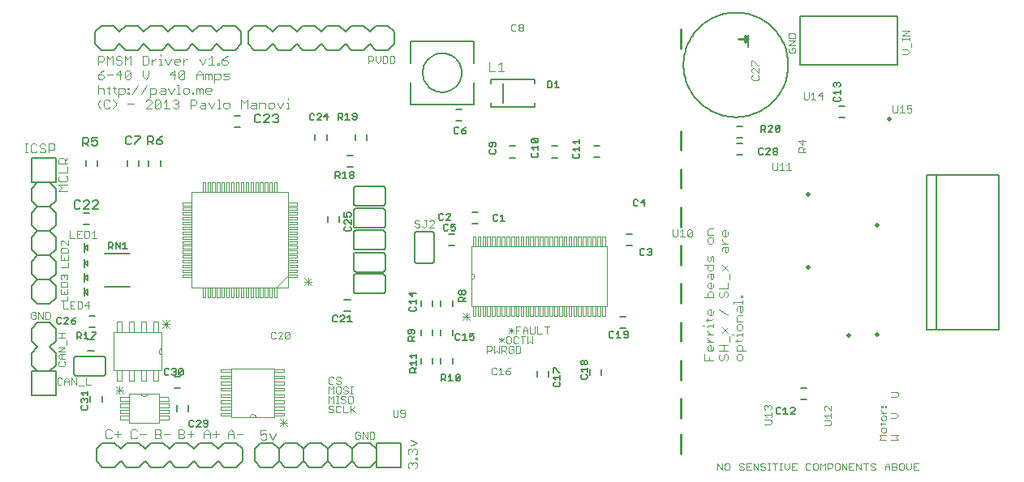
<source format=gto>
G75*
%MOIN*%
%OFA0B0*%
%FSLAX24Y24*%
%IPPOS*%
%LPD*%
%AMOC8*
5,1,8,0,0,1.08239X$1,22.5*
%
%ADD10C,0.0030*%
%ADD11C,0.0100*%
%ADD12C,0.0060*%
%ADD13C,0.0080*%
%ADD14C,0.0000*%
%ADD15C,0.0050*%
%ADD16C,0.0197*%
D10*
X003696Y001723D02*
X003758Y001661D01*
X003882Y001661D01*
X003943Y001723D01*
X004065Y001846D02*
X004312Y001846D01*
X004188Y001723D02*
X004188Y001970D01*
X003943Y001970D02*
X003882Y002031D01*
X003758Y002031D01*
X003696Y001970D01*
X003696Y001723D01*
X004728Y001723D02*
X004728Y001970D01*
X004790Y002031D01*
X004913Y002031D01*
X004975Y001970D01*
X005096Y001846D02*
X005343Y001846D01*
X005716Y001846D02*
X005901Y001846D01*
X005963Y001785D01*
X005963Y001723D01*
X005901Y001661D01*
X005716Y001661D01*
X005716Y002031D01*
X005901Y002031D01*
X005963Y001970D01*
X005963Y001908D01*
X005901Y001846D01*
X006084Y001846D02*
X006331Y001846D01*
X006677Y001846D02*
X006862Y001846D01*
X006924Y001785D01*
X006924Y001723D01*
X006862Y001661D01*
X006677Y001661D01*
X006677Y002031D01*
X006862Y002031D01*
X006924Y001970D01*
X006924Y001908D01*
X006862Y001846D01*
X007045Y001846D02*
X007292Y001846D01*
X007169Y001723D02*
X007169Y001970D01*
X007724Y001908D02*
X007724Y001661D01*
X007724Y001846D02*
X007971Y001846D01*
X007971Y001908D02*
X007971Y001661D01*
X008092Y001846D02*
X008339Y001846D01*
X008216Y001723D02*
X008216Y001970D01*
X007971Y001908D02*
X007847Y002031D01*
X007724Y001908D01*
X008712Y001908D02*
X008712Y001661D01*
X008712Y001846D02*
X008959Y001846D01*
X008959Y001908D02*
X008959Y001661D01*
X009081Y001846D02*
X009327Y001846D01*
X008959Y001908D02*
X008836Y002031D01*
X008712Y001908D01*
X010051Y001992D02*
X010051Y001807D01*
X010174Y001869D01*
X010236Y001869D01*
X010298Y001807D01*
X010298Y001683D01*
X010236Y001622D01*
X010113Y001622D01*
X010051Y001683D01*
X010419Y001869D02*
X010543Y001622D01*
X010666Y001869D01*
X010298Y001992D02*
X010051Y001992D01*
X010840Y002159D02*
X011154Y002472D01*
X011154Y002315D02*
X010840Y002315D01*
X010840Y002472D02*
X011154Y002159D01*
X010997Y002159D02*
X010997Y002472D01*
X012862Y002772D02*
X012910Y002724D01*
X013007Y002724D01*
X013055Y002772D01*
X013055Y002821D01*
X013007Y002869D01*
X012910Y002869D01*
X012862Y002918D01*
X012862Y002966D01*
X012910Y003014D01*
X013007Y003014D01*
X013055Y002966D01*
X013157Y002966D02*
X013157Y002772D01*
X013205Y002724D01*
X013302Y002724D01*
X013350Y002772D01*
X013451Y002724D02*
X013451Y003014D01*
X013350Y002966D02*
X013302Y003014D01*
X013205Y003014D01*
X013157Y002966D01*
X013157Y003118D02*
X013253Y003118D01*
X013205Y003118D02*
X013205Y003408D01*
X013157Y003408D02*
X013253Y003408D01*
X013353Y003360D02*
X013353Y003311D01*
X013401Y003263D01*
X013498Y003263D01*
X013546Y003215D01*
X013546Y003166D01*
X013498Y003118D01*
X013401Y003118D01*
X013353Y003166D01*
X013353Y003360D02*
X013401Y003408D01*
X013498Y003408D01*
X013546Y003360D01*
X013648Y003360D02*
X013648Y003166D01*
X013696Y003118D01*
X013793Y003118D01*
X013841Y003166D01*
X013841Y003360D01*
X013793Y003408D01*
X013696Y003408D01*
X013648Y003360D01*
X013596Y003511D02*
X013500Y003511D01*
X013451Y003560D01*
X013350Y003560D02*
X013350Y003753D01*
X013302Y003802D01*
X013205Y003802D01*
X013157Y003753D01*
X013157Y003560D01*
X013205Y003511D01*
X013302Y003511D01*
X013350Y003560D01*
X013451Y003705D02*
X013500Y003657D01*
X013596Y003657D01*
X013645Y003608D01*
X013645Y003560D01*
X013596Y003511D01*
X013746Y003511D02*
X013843Y003511D01*
X013794Y003511D02*
X013794Y003802D01*
X013746Y003802D02*
X013843Y003802D01*
X013645Y003753D02*
X013596Y003802D01*
X013500Y003802D01*
X013451Y003753D01*
X013451Y003705D01*
X013302Y003905D02*
X013205Y003905D01*
X013157Y003954D01*
X013055Y003954D02*
X013007Y003905D01*
X012910Y003905D01*
X012862Y003954D01*
X012862Y004147D01*
X012910Y004195D01*
X013007Y004195D01*
X013055Y004147D01*
X013157Y004147D02*
X013157Y004099D01*
X013205Y004050D01*
X013302Y004050D01*
X013350Y004002D01*
X013350Y003954D01*
X013302Y003905D01*
X013350Y004147D02*
X013302Y004195D01*
X013205Y004195D01*
X013157Y004147D01*
X013055Y003802D02*
X012959Y003705D01*
X012862Y003802D01*
X012862Y003511D01*
X012862Y003408D02*
X012959Y003311D01*
X013055Y003408D01*
X013055Y003118D01*
X012862Y003118D02*
X012862Y003408D01*
X013055Y003511D02*
X013055Y003802D01*
X013746Y003014D02*
X013746Y002724D01*
X013746Y002821D02*
X013939Y003014D01*
X013794Y002869D02*
X013939Y002724D01*
X013645Y002724D02*
X013451Y002724D01*
X013995Y001938D02*
X013946Y001890D01*
X013946Y001697D01*
X013995Y001648D01*
X014092Y001648D01*
X014140Y001697D01*
X014140Y001793D01*
X014043Y001793D01*
X014140Y001890D02*
X014092Y001938D01*
X013995Y001938D01*
X014241Y001938D02*
X014435Y001648D01*
X014435Y001938D01*
X014536Y001938D02*
X014681Y001938D01*
X014729Y001890D01*
X014729Y001697D01*
X014681Y001648D01*
X014536Y001648D01*
X014536Y001938D01*
X014241Y001938D02*
X014241Y001648D01*
X016103Y001178D02*
X016103Y001055D01*
X016165Y000993D01*
X016288Y001117D02*
X016288Y001178D01*
X016350Y001240D01*
X016412Y001240D01*
X016474Y001178D01*
X016474Y001055D01*
X016412Y000993D01*
X016412Y000871D02*
X016474Y000871D01*
X016474Y000809D01*
X016412Y000809D01*
X016412Y000871D01*
X016412Y000687D02*
X016474Y000626D01*
X016474Y000502D01*
X016412Y000441D01*
X016288Y000564D02*
X016288Y000626D01*
X016350Y000687D01*
X016412Y000687D01*
X016288Y000626D02*
X016227Y000687D01*
X016165Y000687D01*
X016103Y000626D01*
X016103Y000502D01*
X016165Y000441D01*
X016103Y001178D02*
X016165Y001240D01*
X016227Y001240D01*
X016288Y001178D01*
X016227Y001361D02*
X016474Y001485D01*
X016227Y001608D01*
X015943Y002556D02*
X015992Y002604D01*
X015992Y002798D01*
X015943Y002846D01*
X015847Y002846D01*
X015798Y002798D01*
X015798Y002749D01*
X015847Y002701D01*
X015992Y002701D01*
X015943Y002556D02*
X015847Y002556D01*
X015798Y002604D01*
X015697Y002604D02*
X015697Y002846D01*
X015504Y002846D02*
X015504Y002604D01*
X015552Y002556D01*
X015649Y002556D01*
X015697Y002604D01*
X019539Y004344D02*
X019539Y004538D01*
X019587Y004586D01*
X019684Y004586D01*
X019733Y004538D01*
X019834Y004490D02*
X019930Y004586D01*
X019930Y004296D01*
X019834Y004296D02*
X020027Y004296D01*
X020128Y004344D02*
X020177Y004296D01*
X020273Y004296D01*
X020322Y004344D01*
X020322Y004393D01*
X020273Y004441D01*
X020128Y004441D01*
X020128Y004344D01*
X020128Y004441D02*
X020225Y004538D01*
X020322Y004586D01*
X019733Y004344D02*
X019684Y004296D01*
X019587Y004296D01*
X019539Y004344D01*
X019653Y005185D02*
X019749Y005281D01*
X019846Y005185D01*
X019846Y005475D01*
X019947Y005475D02*
X020092Y005475D01*
X020141Y005427D01*
X020141Y005330D01*
X020092Y005281D01*
X019947Y005281D01*
X019947Y005185D02*
X019947Y005475D01*
X019947Y005627D02*
X019947Y005820D01*
X020044Y005820D02*
X019850Y005627D01*
X019850Y005724D02*
X020044Y005724D01*
X020044Y005627D02*
X019850Y005820D01*
X020145Y005820D02*
X020145Y005627D01*
X020193Y005578D01*
X020290Y005578D01*
X020338Y005627D01*
X020338Y005820D01*
X020290Y005869D01*
X020193Y005869D01*
X020145Y005820D01*
X020244Y006020D02*
X020437Y006214D01*
X020340Y006214D02*
X020340Y006020D01*
X020437Y006020D02*
X020244Y006214D01*
X020244Y006117D02*
X020437Y006117D01*
X020538Y006117D02*
X020635Y006117D01*
X020538Y005972D02*
X020538Y006262D01*
X020732Y006262D01*
X020833Y006166D02*
X020930Y006262D01*
X021027Y006166D01*
X021027Y005972D01*
X021029Y005869D02*
X021029Y005578D01*
X021125Y005675D01*
X021222Y005578D01*
X021222Y005869D01*
X021176Y005972D02*
X021273Y005972D01*
X021321Y006020D01*
X021321Y006262D01*
X021422Y006262D02*
X021422Y005972D01*
X021616Y005972D01*
X021814Y005972D02*
X021814Y006262D01*
X021910Y006262D02*
X021717Y006262D01*
X021128Y006262D02*
X021128Y006020D01*
X021176Y005972D01*
X021027Y006117D02*
X020833Y006117D01*
X020833Y006166D02*
X020833Y005972D01*
X020831Y005869D02*
X020831Y005578D01*
X020682Y005475D02*
X020537Y005475D01*
X020537Y005185D01*
X020682Y005185D01*
X020730Y005233D01*
X020730Y005427D01*
X020682Y005475D01*
X020584Y005578D02*
X020633Y005627D01*
X020584Y005578D02*
X020488Y005578D01*
X020439Y005627D01*
X020439Y005820D01*
X020488Y005869D01*
X020584Y005869D01*
X020633Y005820D01*
X020734Y005869D02*
X020927Y005869D01*
X020435Y005427D02*
X020387Y005475D01*
X020290Y005475D01*
X020242Y005427D01*
X020242Y005233D01*
X020290Y005185D01*
X020387Y005185D01*
X020435Y005233D01*
X020435Y005330D01*
X020339Y005330D01*
X020141Y005185D02*
X020044Y005281D01*
X019653Y005185D02*
X019653Y005475D01*
X019551Y005427D02*
X019551Y005330D01*
X019503Y005281D01*
X019358Y005281D01*
X019358Y005185D02*
X019358Y005475D01*
X019503Y005475D01*
X019551Y005427D01*
X018665Y006524D02*
X018352Y006838D01*
X018665Y006524D01*
X018352Y006838D01*
X018508Y006838D02*
X018508Y006524D01*
X018508Y006838D01*
X018508Y006524D01*
X018352Y006524D02*
X018665Y006838D01*
X018352Y006524D01*
X018665Y006838D01*
X018665Y006681D02*
X018352Y006681D01*
X018665Y006681D01*
X018352Y006681D01*
X012162Y007958D02*
X011849Y008272D01*
X012005Y008272D02*
X012005Y007958D01*
X011849Y007958D02*
X012162Y008272D01*
X012162Y008115D02*
X011849Y008115D01*
X011207Y006055D02*
X011255Y006006D01*
X011061Y005813D01*
X011110Y005765D01*
X011207Y005765D01*
X011255Y005813D01*
X011255Y006006D01*
X011207Y006055D02*
X011110Y006055D01*
X011061Y006006D01*
X011061Y005813D01*
X010960Y005765D02*
X010767Y005765D01*
X010960Y005958D01*
X010960Y006006D01*
X010912Y006055D01*
X010815Y006055D01*
X010767Y006006D01*
X010666Y006006D02*
X010617Y006055D01*
X010520Y006055D01*
X010472Y006006D01*
X010472Y005813D01*
X010520Y005765D01*
X010617Y005765D01*
X010666Y005813D01*
X006331Y006216D02*
X006018Y006529D01*
X006018Y006373D02*
X006331Y006373D01*
X006331Y006529D02*
X006018Y006216D01*
X006175Y006216D02*
X006175Y006529D01*
X003021Y007149D02*
X002828Y007149D01*
X002973Y007294D01*
X002973Y007004D01*
X002727Y007053D02*
X002727Y007246D01*
X002678Y007294D01*
X002533Y007294D01*
X002533Y007004D01*
X002678Y007004D01*
X002727Y007053D01*
X002432Y007004D02*
X002239Y007004D01*
X002239Y007294D01*
X002432Y007294D01*
X002335Y007149D02*
X002239Y007149D01*
X002137Y007004D02*
X001944Y007004D01*
X001944Y007294D01*
X001838Y007326D02*
X002128Y007326D01*
X002128Y007519D01*
X002128Y007620D02*
X001838Y007620D01*
X001838Y007814D01*
X001838Y007915D02*
X001838Y008060D01*
X001886Y008109D01*
X002080Y008109D01*
X002128Y008060D01*
X002128Y007915D01*
X001838Y007915D01*
X001983Y007717D02*
X001983Y007620D01*
X002128Y007620D02*
X002128Y007814D01*
X002080Y008210D02*
X002128Y008258D01*
X002128Y008355D01*
X002080Y008403D01*
X002031Y008403D01*
X001983Y008355D01*
X001983Y008306D01*
X001983Y008355D02*
X001935Y008403D01*
X001886Y008403D01*
X001838Y008355D01*
X001838Y008258D01*
X001886Y008210D01*
X001846Y008719D02*
X002136Y008719D01*
X002136Y008913D01*
X002136Y009014D02*
X002136Y009208D01*
X002136Y009309D02*
X001846Y009309D01*
X001846Y009454D01*
X001894Y009502D01*
X002088Y009502D01*
X002136Y009454D01*
X002136Y009309D01*
X001991Y009111D02*
X001991Y009014D01*
X001846Y009014D02*
X002136Y009014D01*
X001846Y009014D02*
X001846Y009208D01*
X001894Y009603D02*
X001846Y009652D01*
X001846Y009749D01*
X001894Y009797D01*
X001943Y009797D01*
X002136Y009603D01*
X002136Y009797D01*
X002223Y009919D02*
X002417Y009919D01*
X002518Y009919D02*
X002518Y010209D01*
X002711Y010209D01*
X002813Y010209D02*
X002958Y010209D01*
X003006Y010161D01*
X003006Y009968D01*
X002958Y009919D01*
X002813Y009919D01*
X002813Y010209D01*
X002615Y010064D02*
X002518Y010064D01*
X002518Y009919D02*
X002711Y009919D01*
X003107Y009919D02*
X003301Y009919D01*
X003204Y009919D02*
X003204Y010209D01*
X003107Y010113D01*
X002223Y010209D02*
X002223Y009919D01*
X002129Y011857D02*
X001759Y011857D01*
X001883Y011981D01*
X001759Y012104D01*
X002129Y012104D01*
X002068Y012225D02*
X001821Y012225D01*
X001759Y012287D01*
X001759Y012411D01*
X001821Y012472D01*
X001759Y012594D02*
X002129Y012594D01*
X002129Y012841D01*
X002129Y012962D02*
X001759Y012962D01*
X001759Y013147D01*
X001821Y013209D01*
X001944Y013209D01*
X002006Y013147D01*
X002006Y012962D01*
X002006Y013085D02*
X002129Y013209D01*
X001595Y013612D02*
X001533Y013550D01*
X001348Y013550D01*
X001226Y013550D02*
X001226Y013488D01*
X001165Y013426D01*
X001041Y013426D01*
X000980Y013488D01*
X000858Y013488D02*
X000796Y013426D01*
X000673Y013426D01*
X000611Y013488D01*
X000611Y013735D01*
X000673Y013797D01*
X000796Y013797D01*
X000858Y013735D01*
X000980Y013735D02*
X000980Y013673D01*
X001041Y013612D01*
X001165Y013612D01*
X001226Y013550D01*
X001348Y013426D02*
X001348Y013797D01*
X001533Y013797D01*
X001595Y013735D01*
X001595Y013612D01*
X001226Y013735D02*
X001165Y013797D01*
X001041Y013797D01*
X000980Y013735D01*
X000489Y013797D02*
X000366Y013797D01*
X000427Y013797D02*
X000427Y013426D01*
X000366Y013426D02*
X000489Y013426D01*
X002068Y012472D02*
X002129Y012411D01*
X002129Y012287D01*
X002068Y012225D01*
X003493Y015240D02*
X003370Y015363D01*
X003370Y015487D01*
X003493Y015610D01*
X003615Y015548D02*
X003615Y015302D01*
X003677Y015240D01*
X003800Y015240D01*
X003862Y015302D01*
X003984Y015240D02*
X004107Y015363D01*
X004107Y015487D01*
X003984Y015610D01*
X003862Y015548D02*
X003800Y015610D01*
X003677Y015610D01*
X003615Y015548D01*
X003617Y015840D02*
X003617Y016025D01*
X003555Y016087D01*
X003431Y016087D01*
X003370Y016025D01*
X003370Y016210D02*
X003370Y015840D01*
X003800Y015902D02*
X003861Y015840D01*
X003800Y015902D02*
X003800Y016148D01*
X003738Y016087D02*
X003861Y016087D01*
X003984Y016087D02*
X004107Y016087D01*
X004045Y016148D02*
X004045Y015902D01*
X004107Y015840D01*
X004229Y015840D02*
X004414Y015840D01*
X004476Y015902D01*
X004476Y016025D01*
X004414Y016087D01*
X004229Y016087D01*
X004229Y015716D01*
X004597Y015840D02*
X004597Y015902D01*
X004659Y015902D01*
X004659Y015840D01*
X004597Y015840D01*
X004782Y015840D02*
X005028Y016210D01*
X005397Y016210D02*
X005150Y015840D01*
X005396Y015610D02*
X005334Y015548D01*
X005396Y015610D02*
X005519Y015610D01*
X005581Y015548D01*
X005581Y015487D01*
X005334Y015240D01*
X005581Y015240D01*
X005702Y015302D02*
X005949Y015548D01*
X005949Y015302D01*
X005888Y015240D01*
X005764Y015240D01*
X005702Y015302D01*
X005702Y015548D01*
X005764Y015610D01*
X005888Y015610D01*
X005949Y015548D01*
X006071Y015487D02*
X006194Y015610D01*
X006194Y015240D01*
X006071Y015240D02*
X006318Y015240D01*
X006439Y015302D02*
X006501Y015240D01*
X006624Y015240D01*
X006686Y015302D01*
X006686Y015363D01*
X006624Y015425D01*
X006562Y015425D01*
X006624Y015425D02*
X006686Y015487D01*
X006686Y015548D01*
X006624Y015610D01*
X006501Y015610D01*
X006439Y015548D01*
X006378Y015840D02*
X006502Y016087D01*
X006623Y016210D02*
X006685Y016210D01*
X006685Y015840D01*
X006623Y015840D02*
X006747Y015840D01*
X006869Y015902D02*
X006930Y015840D01*
X007054Y015840D01*
X007116Y015902D01*
X007116Y016025D01*
X007054Y016087D01*
X006930Y016087D01*
X006869Y016025D01*
X006869Y015902D01*
X007237Y015902D02*
X007237Y015840D01*
X007299Y015840D01*
X007299Y015902D01*
X007237Y015902D01*
X007421Y015840D02*
X007421Y016087D01*
X007483Y016087D01*
X007545Y016025D01*
X007606Y016087D01*
X007668Y016025D01*
X007668Y015840D01*
X007545Y015840D02*
X007545Y016025D01*
X007789Y016025D02*
X007851Y016087D01*
X007975Y016087D01*
X008036Y016025D01*
X008036Y015963D01*
X007789Y015963D01*
X007789Y015902D02*
X007789Y016025D01*
X007789Y015902D02*
X007851Y015840D01*
X007975Y015840D01*
X007912Y015487D02*
X008036Y015240D01*
X008159Y015487D01*
X008281Y015610D02*
X008342Y015610D01*
X008342Y015240D01*
X008281Y015240D02*
X008404Y015240D01*
X008526Y015302D02*
X008588Y015240D01*
X008711Y015240D01*
X008773Y015302D01*
X008773Y015425D01*
X008711Y015487D01*
X008588Y015487D01*
X008526Y015425D01*
X008526Y015302D01*
X009263Y015240D02*
X009263Y015610D01*
X009386Y015487D01*
X009510Y015610D01*
X009510Y015240D01*
X009631Y015302D02*
X009693Y015240D01*
X009878Y015240D01*
X009878Y015425D01*
X009816Y015487D01*
X009693Y015487D01*
X009693Y015363D02*
X009878Y015363D01*
X009999Y015240D02*
X009999Y015487D01*
X010185Y015487D01*
X010246Y015425D01*
X010246Y015240D01*
X010368Y015302D02*
X010429Y015240D01*
X010553Y015240D01*
X010615Y015302D01*
X010615Y015425D01*
X010553Y015487D01*
X010429Y015487D01*
X010368Y015425D01*
X010368Y015302D01*
X010736Y015487D02*
X010859Y015240D01*
X010983Y015487D01*
X011104Y015487D02*
X011166Y015487D01*
X011166Y015240D01*
X011104Y015240D02*
X011228Y015240D01*
X011166Y015610D02*
X011166Y015672D01*
X009693Y015363D02*
X009631Y015302D01*
X007791Y015363D02*
X007606Y015363D01*
X007544Y015302D01*
X007606Y015240D01*
X007791Y015240D01*
X007791Y015425D01*
X007729Y015487D01*
X007606Y015487D01*
X007423Y015548D02*
X007423Y015425D01*
X007361Y015363D01*
X007176Y015363D01*
X007176Y015240D02*
X007176Y015610D01*
X007361Y015610D01*
X007423Y015548D01*
X006378Y015840D02*
X006255Y016087D01*
X006133Y016025D02*
X006133Y015840D01*
X005948Y015840D01*
X005887Y015902D01*
X005948Y015963D01*
X006133Y015963D01*
X006133Y016025D02*
X006072Y016087D01*
X005948Y016087D01*
X005765Y016025D02*
X005703Y016087D01*
X005518Y016087D01*
X005518Y015716D01*
X005518Y015840D02*
X005703Y015840D01*
X005765Y015902D01*
X005765Y016025D01*
X005335Y016440D02*
X005211Y016563D01*
X005211Y016810D01*
X005458Y016810D02*
X005458Y016563D01*
X005335Y016440D01*
X004722Y016502D02*
X004660Y016440D01*
X004536Y016440D01*
X004475Y016502D01*
X004722Y016748D01*
X004722Y016502D01*
X004722Y016748D02*
X004660Y016810D01*
X004536Y016810D01*
X004475Y016748D01*
X004475Y016502D01*
X004353Y016625D02*
X004106Y016625D01*
X004292Y016810D01*
X004292Y016440D01*
X003985Y016625D02*
X003738Y016625D01*
X003617Y016563D02*
X003555Y016625D01*
X003370Y016625D01*
X003370Y016502D01*
X003431Y016440D01*
X003555Y016440D01*
X003617Y016502D01*
X003617Y016563D01*
X003493Y016748D02*
X003370Y016625D01*
X003493Y016748D02*
X003617Y016810D01*
X003738Y017040D02*
X003738Y017410D01*
X003861Y017287D01*
X003985Y017410D01*
X003985Y017040D01*
X004106Y017102D02*
X004168Y017040D01*
X004292Y017040D01*
X004353Y017102D01*
X004353Y017163D01*
X004292Y017225D01*
X004168Y017225D01*
X004106Y017287D01*
X004106Y017348D01*
X004168Y017410D01*
X004292Y017410D01*
X004353Y017348D01*
X004475Y017410D02*
X004475Y017040D01*
X004722Y017040D02*
X004722Y017410D01*
X004598Y017287D01*
X004475Y017410D01*
X005211Y017410D02*
X005396Y017410D01*
X005458Y017348D01*
X005458Y017102D01*
X005396Y017040D01*
X005211Y017040D01*
X005211Y017410D01*
X005580Y017287D02*
X005580Y017040D01*
X005580Y017163D02*
X005703Y017287D01*
X005765Y017287D01*
X005887Y017287D02*
X005948Y017287D01*
X005948Y017040D01*
X005887Y017040D02*
X006010Y017040D01*
X006256Y017040D02*
X006379Y017287D01*
X006500Y017225D02*
X006500Y017102D01*
X006562Y017040D01*
X006686Y017040D01*
X006747Y017163D02*
X006500Y017163D01*
X006500Y017225D02*
X006562Y017287D01*
X006686Y017287D01*
X006747Y017225D01*
X006747Y017163D01*
X006869Y017163D02*
X006992Y017287D01*
X007054Y017287D01*
X006869Y017287D02*
X006869Y017040D01*
X006256Y017040D02*
X006132Y017287D01*
X005948Y017410D02*
X005948Y017472D01*
X006501Y016810D02*
X006316Y016625D01*
X006563Y016625D01*
X006685Y016748D02*
X006746Y016810D01*
X006870Y016810D01*
X006931Y016748D01*
X006685Y016502D01*
X006746Y016440D01*
X006870Y016440D01*
X006931Y016502D01*
X006931Y016748D01*
X006685Y016748D02*
X006685Y016502D01*
X006501Y016440D02*
X006501Y016810D01*
X007421Y016687D02*
X007421Y016440D01*
X007421Y016625D02*
X007668Y016625D01*
X007668Y016687D02*
X007668Y016440D01*
X007789Y016440D02*
X007789Y016687D01*
X007851Y016687D01*
X007913Y016625D01*
X007975Y016687D01*
X008036Y016625D01*
X008036Y016440D01*
X008158Y016440D02*
X008343Y016440D01*
X008405Y016502D01*
X008405Y016625D01*
X008343Y016687D01*
X008158Y016687D01*
X008158Y016316D01*
X007913Y016440D02*
X007913Y016625D01*
X007668Y016687D02*
X007545Y016810D01*
X007421Y016687D01*
X007667Y017040D02*
X007791Y017287D01*
X007912Y017287D02*
X008036Y017410D01*
X008036Y017040D01*
X008159Y017040D02*
X007912Y017040D01*
X007667Y017040D02*
X007544Y017287D01*
X008281Y017102D02*
X008342Y017102D01*
X008342Y017040D01*
X008281Y017040D01*
X008281Y017102D01*
X008465Y017102D02*
X008526Y017040D01*
X008650Y017040D01*
X008712Y017102D01*
X008712Y017163D01*
X008650Y017225D01*
X008465Y017225D01*
X008465Y017102D01*
X008465Y017225D02*
X008588Y017348D01*
X008712Y017410D01*
X008773Y016687D02*
X008588Y016687D01*
X008526Y016625D01*
X008588Y016563D01*
X008711Y016563D01*
X008773Y016502D01*
X008711Y016440D01*
X008526Y016440D01*
X004844Y015425D02*
X004597Y015425D01*
X004597Y016025D02*
X004597Y016087D01*
X004659Y016087D01*
X004659Y016025D01*
X004597Y016025D01*
X003555Y017163D02*
X003370Y017163D01*
X003370Y017040D02*
X003370Y017410D01*
X003555Y017410D01*
X003617Y017348D01*
X003617Y017225D01*
X003555Y017163D01*
X014482Y017198D02*
X014628Y017198D01*
X014676Y017246D01*
X014676Y017343D01*
X014628Y017391D01*
X014482Y017391D01*
X014482Y017101D01*
X014777Y017198D02*
X014777Y017391D01*
X014777Y017198D02*
X014874Y017101D01*
X014971Y017198D01*
X014971Y017391D01*
X015072Y017391D02*
X015072Y017101D01*
X015217Y017101D01*
X015265Y017149D01*
X015265Y017343D01*
X015217Y017391D01*
X015072Y017391D01*
X015366Y017391D02*
X015512Y017391D01*
X015560Y017343D01*
X015560Y017149D01*
X015512Y017101D01*
X015366Y017101D01*
X015366Y017391D01*
X019445Y017153D02*
X019445Y016783D01*
X019691Y016783D01*
X019813Y016783D02*
X020060Y016783D01*
X019936Y016783D02*
X019936Y017153D01*
X019813Y017030D01*
X020406Y018430D02*
X020503Y018430D01*
X020551Y018478D01*
X020653Y018478D02*
X020653Y018527D01*
X020701Y018575D01*
X020798Y018575D01*
X020846Y018527D01*
X020846Y018478D01*
X020798Y018430D01*
X020701Y018430D01*
X020653Y018478D01*
X020701Y018575D02*
X020653Y018623D01*
X020653Y018672D01*
X020701Y018720D01*
X020798Y018720D01*
X020846Y018672D01*
X020846Y018623D01*
X020798Y018575D01*
X020551Y018672D02*
X020503Y018720D01*
X020406Y018720D01*
X020358Y018672D01*
X020358Y018478D01*
X020406Y018430D01*
X030229Y017199D02*
X030229Y017006D01*
X030278Y016905D02*
X030229Y016856D01*
X030229Y016759D01*
X030278Y016711D01*
X030278Y016610D02*
X030229Y016561D01*
X030229Y016465D01*
X030278Y016416D01*
X030471Y016416D01*
X030520Y016465D01*
X030520Y016561D01*
X030471Y016610D01*
X030520Y016711D02*
X030326Y016905D01*
X030278Y016905D01*
X030471Y017006D02*
X030278Y017199D01*
X030229Y017199D01*
X030471Y017006D02*
X030520Y017006D01*
X030520Y016905D02*
X030520Y016711D01*
X031735Y017603D02*
X031783Y017555D01*
X031976Y017555D01*
X032025Y017603D01*
X032025Y017700D01*
X031976Y017748D01*
X031880Y017748D01*
X031880Y017652D01*
X031783Y017748D02*
X031735Y017700D01*
X031735Y017603D01*
X031735Y017849D02*
X032025Y018043D01*
X031735Y018043D01*
X031735Y018144D02*
X031735Y018289D01*
X031783Y018338D01*
X031976Y018338D01*
X032025Y018289D01*
X032025Y018144D01*
X031735Y018144D01*
X031735Y017849D02*
X032025Y017849D01*
X032374Y015913D02*
X032374Y015671D01*
X032422Y015622D01*
X032519Y015622D01*
X032568Y015671D01*
X032568Y015913D01*
X032669Y015816D02*
X032765Y015913D01*
X032765Y015622D01*
X032669Y015622D02*
X032862Y015622D01*
X032963Y015768D02*
X033157Y015768D01*
X033108Y015913D02*
X032963Y015768D01*
X033108Y015622D02*
X033108Y015913D01*
X036016Y015362D02*
X036016Y015120D01*
X036064Y015071D01*
X036161Y015071D01*
X036209Y015120D01*
X036209Y015362D01*
X036310Y015265D02*
X036407Y015362D01*
X036407Y015071D01*
X036310Y015071D02*
X036504Y015071D01*
X036605Y015120D02*
X036653Y015071D01*
X036750Y015071D01*
X036799Y015120D01*
X036799Y015216D01*
X036750Y015265D01*
X036702Y015265D01*
X036605Y015216D01*
X036605Y015362D01*
X036799Y015362D01*
X032445Y013896D02*
X032155Y013896D01*
X032300Y013751D01*
X032300Y013945D01*
X032300Y013650D02*
X032348Y013602D01*
X032348Y013457D01*
X032348Y013553D02*
X032445Y013650D01*
X032300Y013650D02*
X032203Y013650D01*
X032155Y013602D01*
X032155Y013457D01*
X032445Y013457D01*
X031761Y012999D02*
X031761Y012709D01*
X031664Y012709D02*
X031858Y012709D01*
X031664Y012903D02*
X031761Y012999D01*
X031466Y012999D02*
X031369Y012903D01*
X031466Y012999D02*
X031466Y012709D01*
X031369Y012709D02*
X031563Y012709D01*
X031268Y012757D02*
X031220Y012709D01*
X031123Y012709D01*
X031075Y012757D01*
X031075Y012999D01*
X031268Y012999D02*
X031268Y012757D01*
X028659Y010293D02*
X028474Y010293D01*
X028413Y010231D01*
X028413Y010046D01*
X028659Y010046D01*
X028598Y009924D02*
X028474Y009924D01*
X028413Y009863D01*
X028413Y009739D01*
X028474Y009677D01*
X028598Y009677D01*
X028659Y009739D01*
X028659Y009863D01*
X028598Y009924D01*
X029013Y009863D02*
X029013Y009801D01*
X029136Y009677D01*
X029136Y009556D02*
X029136Y009371D01*
X029198Y009309D01*
X029259Y009371D01*
X029259Y009556D01*
X029074Y009556D01*
X029013Y009494D01*
X029013Y009371D01*
X028659Y009126D02*
X028598Y009188D01*
X028536Y009126D01*
X028536Y009003D01*
X028474Y008941D01*
X028413Y009003D01*
X028413Y009188D01*
X028659Y009126D02*
X028659Y008941D01*
X028659Y008819D02*
X028289Y008819D01*
X028413Y008819D02*
X028413Y008634D01*
X028474Y008573D01*
X028598Y008573D01*
X028659Y008634D01*
X028659Y008819D01*
X029013Y008819D02*
X029259Y008573D01*
X029321Y008451D02*
X029321Y008204D01*
X029259Y008083D02*
X029259Y007836D01*
X028889Y007836D01*
X028951Y007714D02*
X028889Y007653D01*
X028889Y007529D01*
X028951Y007468D01*
X029013Y007468D01*
X029074Y007529D01*
X029074Y007653D01*
X029136Y007714D01*
X029198Y007714D01*
X029259Y007653D01*
X029259Y007529D01*
X029198Y007468D01*
X029489Y007284D02*
X029859Y007284D01*
X029859Y007222D02*
X029859Y007346D01*
X029859Y007468D02*
X029859Y007529D01*
X029798Y007529D01*
X029798Y007468D01*
X029859Y007468D01*
X029489Y007284D02*
X029489Y007222D01*
X029613Y007039D02*
X029674Y007101D01*
X029859Y007101D01*
X029859Y006915D01*
X029798Y006854D01*
X029736Y006915D01*
X029736Y007101D01*
X029613Y007039D02*
X029613Y006915D01*
X029674Y006732D02*
X029859Y006732D01*
X029674Y006732D02*
X029613Y006671D01*
X029613Y006485D01*
X029859Y006485D01*
X029798Y006364D02*
X029674Y006364D01*
X029613Y006302D01*
X029613Y006179D01*
X029674Y006117D01*
X029798Y006117D01*
X029859Y006179D01*
X029859Y006302D01*
X029798Y006364D01*
X029859Y005995D02*
X029859Y005872D01*
X029859Y005933D02*
X029613Y005933D01*
X029613Y005872D01*
X029613Y005749D02*
X029613Y005626D01*
X029551Y005688D02*
X029798Y005688D01*
X029859Y005749D01*
X029798Y005505D02*
X029859Y005443D01*
X029859Y005258D01*
X029983Y005258D02*
X029613Y005258D01*
X029613Y005443D01*
X029674Y005505D01*
X029798Y005505D01*
X029321Y005626D02*
X029321Y005873D01*
X029427Y005933D02*
X029489Y005933D01*
X029259Y005994D02*
X029013Y006241D01*
X029259Y006241D02*
X029013Y005994D01*
X028659Y005933D02*
X028413Y005933D01*
X028413Y005811D02*
X028413Y005749D01*
X028536Y005626D01*
X028536Y005505D02*
X028536Y005258D01*
X028598Y005258D02*
X028474Y005258D01*
X028413Y005319D01*
X028413Y005443D01*
X028474Y005505D01*
X028536Y005505D01*
X028659Y005443D02*
X028659Y005319D01*
X028598Y005258D01*
X028889Y005258D02*
X029259Y005258D01*
X029198Y005136D02*
X029136Y005136D01*
X029074Y005075D01*
X029074Y004951D01*
X029013Y004889D01*
X028951Y004889D01*
X028889Y004951D01*
X028889Y005075D01*
X028951Y005136D01*
X029074Y005258D02*
X029074Y005505D01*
X028889Y005505D02*
X029259Y005505D01*
X029198Y005136D02*
X029259Y005075D01*
X029259Y004951D01*
X029198Y004889D01*
X029613Y004951D02*
X029613Y005075D01*
X029674Y005136D01*
X029798Y005136D01*
X029859Y005075D01*
X029859Y004951D01*
X029798Y004889D01*
X029674Y004889D01*
X029613Y004951D01*
X028659Y004889D02*
X028289Y004889D01*
X028289Y005136D01*
X028474Y005013D02*
X028474Y004889D01*
X028413Y005626D02*
X028659Y005626D01*
X028536Y005933D02*
X028413Y006056D01*
X028413Y006118D01*
X028413Y006240D02*
X028413Y006302D01*
X028659Y006302D01*
X028659Y006363D02*
X028659Y006240D01*
X028598Y006547D02*
X028351Y006547D01*
X028413Y006485D02*
X028413Y006609D01*
X028474Y006731D02*
X028413Y006793D01*
X028413Y006916D01*
X028474Y006978D01*
X028536Y006978D01*
X028536Y006731D01*
X028598Y006731D02*
X028474Y006731D01*
X028598Y006731D02*
X028659Y006793D01*
X028659Y006916D01*
X028889Y006978D02*
X029259Y006731D01*
X028659Y006609D02*
X028598Y006547D01*
X028289Y006302D02*
X028227Y006302D01*
X028289Y007468D02*
X028659Y007468D01*
X028659Y007653D01*
X028598Y007714D01*
X028474Y007714D01*
X028413Y007653D01*
X028413Y007468D01*
X028474Y007836D02*
X028413Y007898D01*
X028413Y008021D01*
X028474Y008083D01*
X028536Y008083D01*
X028536Y007836D01*
X028598Y007836D02*
X028474Y007836D01*
X028598Y007836D02*
X028659Y007898D01*
X028659Y008021D01*
X028598Y008204D02*
X028536Y008266D01*
X028536Y008451D01*
X028474Y008451D02*
X028659Y008451D01*
X028659Y008266D01*
X028598Y008204D01*
X028413Y008266D02*
X028413Y008389D01*
X028474Y008451D01*
X029013Y008573D02*
X029259Y008819D01*
X029259Y009677D02*
X029013Y009677D01*
X029074Y009984D02*
X029013Y010046D01*
X029013Y010170D01*
X029074Y010231D01*
X029136Y010231D01*
X029136Y009984D01*
X029198Y009984D02*
X029074Y009984D01*
X029198Y009984D02*
X029259Y010046D01*
X029259Y010170D01*
X027779Y010215D02*
X027585Y010022D01*
X027633Y009973D01*
X027730Y009973D01*
X027779Y010022D01*
X027779Y010215D01*
X027730Y010264D01*
X027633Y010264D01*
X027585Y010215D01*
X027585Y010022D01*
X027484Y009973D02*
X027290Y009973D01*
X027387Y009973D02*
X027387Y010264D01*
X027290Y010167D01*
X027189Y010264D02*
X027189Y010022D01*
X027141Y009973D01*
X027044Y009973D01*
X026996Y010022D01*
X026996Y010264D01*
X017180Y010355D02*
X016986Y010355D01*
X017180Y010549D01*
X017180Y010597D01*
X017131Y010645D01*
X017035Y010645D01*
X016986Y010597D01*
X016885Y010645D02*
X016788Y010645D01*
X016837Y010645D02*
X016837Y010404D01*
X016788Y010355D01*
X016740Y010355D01*
X016692Y010404D01*
X016590Y010404D02*
X016590Y010452D01*
X016542Y010500D01*
X016445Y010500D01*
X016397Y010549D01*
X016397Y010597D01*
X016445Y010645D01*
X016542Y010645D01*
X016590Y010597D01*
X016590Y010404D02*
X016542Y010355D01*
X016445Y010355D01*
X016397Y010404D01*
X003073Y003874D02*
X002879Y003874D01*
X002879Y004164D01*
X002483Y004164D02*
X002483Y003874D01*
X002290Y004164D01*
X002290Y003874D01*
X002189Y003874D02*
X002189Y004067D01*
X002092Y004164D01*
X001995Y004067D01*
X001995Y003874D01*
X001894Y003922D02*
X001846Y003874D01*
X001749Y003874D01*
X001700Y003922D01*
X001700Y004116D01*
X001749Y004164D01*
X001846Y004164D01*
X001894Y004116D01*
X001995Y004019D02*
X002189Y004019D01*
X002584Y003825D02*
X002778Y003825D01*
X001976Y004637D02*
X002025Y004686D01*
X002025Y004783D01*
X001976Y004831D01*
X002025Y004932D02*
X001831Y004932D01*
X001735Y005029D01*
X001831Y005126D01*
X002025Y005126D01*
X002025Y005227D02*
X001735Y005227D01*
X002025Y005420D01*
X001735Y005420D01*
X002073Y005521D02*
X002073Y005715D01*
X002025Y005816D02*
X001735Y005816D01*
X001880Y005816D02*
X001880Y006010D01*
X001735Y006010D02*
X002025Y006010D01*
X001408Y006627D02*
X001408Y006820D01*
X001360Y006869D01*
X001215Y006869D01*
X001215Y006578D01*
X001360Y006578D01*
X001408Y006627D01*
X001114Y006578D02*
X001114Y006869D01*
X000920Y006869D02*
X001114Y006578D01*
X000920Y006578D02*
X000920Y006869D01*
X000819Y006820D02*
X000771Y006869D01*
X000674Y006869D01*
X000626Y006820D01*
X000626Y006627D01*
X000674Y006578D01*
X000771Y006578D01*
X000819Y006627D01*
X000819Y006724D01*
X000722Y006724D01*
X001880Y005126D02*
X001880Y004932D01*
X001783Y004831D02*
X001735Y004783D01*
X001735Y004686D01*
X001783Y004637D01*
X001976Y004637D01*
X004103Y003813D02*
X004417Y003499D01*
X004260Y003499D02*
X004260Y003813D01*
X004417Y003813D02*
X004103Y003499D01*
X004103Y003656D02*
X004417Y003656D01*
X004728Y001723D02*
X004790Y001661D01*
X004913Y001661D01*
X004975Y001723D01*
X028828Y000651D02*
X029022Y000361D01*
X029022Y000651D01*
X029123Y000603D02*
X029123Y000409D01*
X029171Y000361D01*
X029268Y000361D01*
X029316Y000409D01*
X029316Y000603D01*
X029268Y000651D01*
X029171Y000651D01*
X029123Y000603D01*
X028828Y000651D02*
X028828Y000361D01*
X029712Y000409D02*
X029761Y000361D01*
X029857Y000361D01*
X029906Y000409D01*
X029906Y000457D01*
X029857Y000506D01*
X029761Y000506D01*
X029712Y000554D01*
X029712Y000603D01*
X029761Y000651D01*
X029857Y000651D01*
X029906Y000603D01*
X030007Y000651D02*
X030007Y000361D01*
X030200Y000361D01*
X030302Y000361D02*
X030302Y000651D01*
X030495Y000361D01*
X030495Y000651D01*
X030596Y000603D02*
X030596Y000554D01*
X030645Y000506D01*
X030741Y000506D01*
X030790Y000457D01*
X030790Y000409D01*
X030741Y000361D01*
X030645Y000361D01*
X030596Y000409D01*
X030596Y000603D02*
X030645Y000651D01*
X030741Y000651D01*
X030790Y000603D01*
X030891Y000651D02*
X030988Y000651D01*
X030939Y000651D02*
X030939Y000361D01*
X030891Y000361D02*
X030988Y000361D01*
X031184Y000361D02*
X031184Y000651D01*
X031087Y000651D02*
X031281Y000651D01*
X031382Y000651D02*
X031479Y000651D01*
X031430Y000651D02*
X031430Y000361D01*
X031382Y000361D02*
X031479Y000361D01*
X031578Y000457D02*
X031675Y000361D01*
X031772Y000457D01*
X031772Y000651D01*
X031873Y000651D02*
X031873Y000361D01*
X032067Y000361D01*
X031970Y000506D02*
X031873Y000506D01*
X031873Y000651D02*
X032067Y000651D01*
X032462Y000603D02*
X032462Y000409D01*
X032511Y000361D01*
X032608Y000361D01*
X032656Y000409D01*
X032757Y000409D02*
X032805Y000361D01*
X032902Y000361D01*
X032951Y000409D01*
X032951Y000603D01*
X032902Y000651D01*
X032805Y000651D01*
X032757Y000603D01*
X032757Y000409D01*
X032656Y000603D02*
X032608Y000651D01*
X032511Y000651D01*
X032462Y000603D01*
X033052Y000651D02*
X033148Y000554D01*
X033245Y000651D01*
X033245Y000361D01*
X033346Y000361D02*
X033346Y000651D01*
X033491Y000651D01*
X033540Y000603D01*
X033540Y000506D01*
X033491Y000457D01*
X033346Y000457D01*
X033641Y000409D02*
X033689Y000361D01*
X033786Y000361D01*
X033834Y000409D01*
X033834Y000603D01*
X033786Y000651D01*
X033689Y000651D01*
X033641Y000603D01*
X033641Y000409D01*
X033936Y000361D02*
X033936Y000651D01*
X034129Y000361D01*
X034129Y000651D01*
X034230Y000651D02*
X034230Y000361D01*
X034424Y000361D01*
X034525Y000361D02*
X034525Y000651D01*
X034718Y000361D01*
X034718Y000651D01*
X034820Y000651D02*
X035013Y000651D01*
X034916Y000651D02*
X034916Y000361D01*
X035114Y000409D02*
X035163Y000361D01*
X035259Y000361D01*
X035308Y000409D01*
X035308Y000457D01*
X035259Y000506D01*
X035163Y000506D01*
X035114Y000554D01*
X035114Y000603D01*
X035163Y000651D01*
X035259Y000651D01*
X035308Y000603D01*
X035704Y000554D02*
X035800Y000651D01*
X035897Y000554D01*
X035897Y000361D01*
X035998Y000361D02*
X036143Y000361D01*
X036192Y000409D01*
X036192Y000457D01*
X036143Y000506D01*
X035998Y000506D01*
X035897Y000506D02*
X035704Y000506D01*
X035704Y000554D02*
X035704Y000361D01*
X035998Y000361D02*
X035998Y000651D01*
X036143Y000651D01*
X036192Y000603D01*
X036192Y000554D01*
X036143Y000506D01*
X036293Y000603D02*
X036293Y000409D01*
X036341Y000361D01*
X036438Y000361D01*
X036486Y000409D01*
X036486Y000603D01*
X036438Y000651D01*
X036341Y000651D01*
X036293Y000603D01*
X036588Y000651D02*
X036588Y000457D01*
X036684Y000361D01*
X036781Y000457D01*
X036781Y000651D01*
X036882Y000651D02*
X036882Y000361D01*
X037076Y000361D01*
X036979Y000506D02*
X036882Y000506D01*
X036882Y000651D02*
X037076Y000651D01*
X036237Y001622D02*
X035947Y001622D01*
X035757Y001622D02*
X035467Y001622D01*
X035564Y001718D01*
X035467Y001815D01*
X035757Y001815D01*
X035709Y001916D02*
X035757Y001965D01*
X035757Y002061D01*
X035709Y002110D01*
X035612Y002110D01*
X035564Y002061D01*
X035564Y001965D01*
X035612Y001916D01*
X035709Y001916D01*
X035947Y001815D02*
X036237Y001815D01*
X036141Y001718D01*
X036237Y001622D01*
X035709Y002259D02*
X035515Y002259D01*
X035564Y002211D02*
X035564Y002308D01*
X035612Y002407D02*
X035709Y002407D01*
X035757Y002456D01*
X035757Y002553D01*
X035709Y002601D01*
X035612Y002601D01*
X035564Y002553D01*
X035564Y002456D01*
X035612Y002407D01*
X035757Y002308D02*
X035709Y002259D01*
X035947Y002506D02*
X036141Y002506D01*
X036237Y002602D01*
X036141Y002699D01*
X035947Y002699D01*
X035757Y002702D02*
X035564Y002702D01*
X035661Y002702D02*
X035564Y002799D01*
X035564Y002847D01*
X035564Y002948D02*
X035612Y002948D01*
X035612Y002996D01*
X035564Y002996D01*
X035564Y002948D01*
X035709Y002948D02*
X035757Y002948D01*
X035757Y002996D01*
X035709Y002996D01*
X035709Y002948D01*
X035947Y003390D02*
X036189Y003390D01*
X036237Y003438D01*
X036237Y003535D01*
X036189Y003583D01*
X035947Y003583D01*
X033496Y002999D02*
X033496Y002806D01*
X033303Y002999D01*
X033255Y002999D01*
X033206Y002951D01*
X033206Y002854D01*
X033255Y002806D01*
X033206Y002608D02*
X033496Y002608D01*
X033496Y002511D02*
X033496Y002705D01*
X033303Y002511D02*
X033206Y002608D01*
X033206Y002410D02*
X033448Y002410D01*
X033496Y002362D01*
X033496Y002265D01*
X033448Y002217D01*
X033206Y002217D01*
X031036Y002304D02*
X031036Y002401D01*
X030987Y002449D01*
X030746Y002449D01*
X030842Y002551D02*
X030746Y002647D01*
X031036Y002647D01*
X031036Y002551D02*
X031036Y002744D01*
X030987Y002845D02*
X031036Y002894D01*
X031036Y002990D01*
X030987Y003039D01*
X030939Y003039D01*
X030891Y002990D01*
X030891Y002942D01*
X030891Y002990D02*
X030842Y003039D01*
X030794Y003039D01*
X030746Y002990D01*
X030746Y002894D01*
X030794Y002845D01*
X030746Y002256D02*
X030987Y002256D01*
X031036Y002304D01*
X031578Y000651D02*
X031578Y000457D01*
X030200Y000651D02*
X030007Y000651D01*
X030007Y000506D02*
X030104Y000506D01*
X033052Y000361D02*
X033052Y000651D01*
X034230Y000651D02*
X034424Y000651D01*
X034327Y000506D02*
X034230Y000506D01*
X036432Y017466D02*
X036626Y017466D01*
X036723Y017563D01*
X036626Y017660D01*
X036432Y017660D01*
X036771Y017761D02*
X036771Y017955D01*
X036723Y018056D02*
X036723Y018153D01*
X036723Y018104D02*
X036432Y018104D01*
X036432Y018056D02*
X036432Y018153D01*
X036432Y018252D02*
X036723Y018446D01*
X036432Y018446D01*
X036432Y018252D02*
X036723Y018252D01*
D11*
X030071Y018107D02*
X029933Y018244D01*
X029933Y017961D01*
X030071Y018099D01*
X030071Y018103D02*
X030071Y018107D01*
X030071Y018103D02*
X029678Y018103D01*
X027315Y018496D02*
X027315Y017709D01*
X027315Y014323D02*
X027315Y013536D01*
X027315Y012748D02*
X027315Y011961D01*
X027315Y011174D02*
X027315Y010386D01*
X027315Y009599D02*
X027315Y008811D01*
X027315Y008024D02*
X027315Y007237D01*
X027315Y006449D02*
X027315Y005662D01*
X027315Y004874D02*
X027315Y004087D01*
X027315Y003300D02*
X027315Y002512D01*
X027315Y001843D02*
X027315Y001056D01*
D12*
X032241Y003260D02*
X032477Y003260D01*
X032477Y003733D02*
X032241Y003733D01*
X025056Y006193D02*
X024819Y006193D01*
X024819Y006666D02*
X025056Y006666D01*
X024059Y004508D02*
X024059Y004272D01*
X023587Y004272D02*
X023587Y004508D01*
X021874Y004457D02*
X021874Y004221D01*
X021402Y004221D02*
X021402Y004457D01*
X017933Y004733D02*
X017933Y004969D01*
X017461Y004969D02*
X017461Y004733D01*
X017111Y004733D02*
X017111Y004969D01*
X016638Y004969D02*
X016638Y004733D01*
X016638Y005918D02*
X016638Y006154D01*
X017111Y006154D02*
X017111Y005918D01*
X017465Y005918D02*
X017465Y006154D01*
X017937Y006154D02*
X017937Y005918D01*
X017937Y007115D02*
X017937Y007351D01*
X017465Y007351D02*
X017465Y007115D01*
X017107Y007115D02*
X017107Y007351D01*
X016634Y007351D02*
X016634Y007115D01*
X015170Y007732D02*
X015170Y008332D01*
X015168Y008349D01*
X015164Y008366D01*
X015157Y008382D01*
X015147Y008396D01*
X015134Y008409D01*
X015120Y008419D01*
X015104Y008426D01*
X015087Y008430D01*
X015070Y008432D01*
X013970Y008432D01*
X013970Y008522D02*
X015070Y008522D01*
X015087Y008524D01*
X015104Y008528D01*
X015120Y008535D01*
X015134Y008545D01*
X015147Y008558D01*
X015157Y008572D01*
X015164Y008588D01*
X015168Y008605D01*
X015170Y008622D01*
X015170Y009222D01*
X015168Y009239D01*
X015164Y009256D01*
X015157Y009272D01*
X015147Y009286D01*
X015134Y009299D01*
X015120Y009309D01*
X015104Y009316D01*
X015087Y009320D01*
X015070Y009322D01*
X013970Y009322D01*
X013953Y009320D01*
X013936Y009316D01*
X013920Y009309D01*
X013906Y009299D01*
X013893Y009286D01*
X013883Y009272D01*
X013876Y009256D01*
X013872Y009239D01*
X013870Y009222D01*
X013870Y008622D01*
X013872Y008605D01*
X013876Y008588D01*
X013883Y008572D01*
X013893Y008558D01*
X013906Y008545D01*
X013920Y008535D01*
X013936Y008528D01*
X013953Y008524D01*
X013970Y008522D01*
X013970Y008432D02*
X013953Y008430D01*
X013936Y008426D01*
X013920Y008419D01*
X013906Y008409D01*
X013893Y008396D01*
X013883Y008382D01*
X013876Y008366D01*
X013872Y008349D01*
X013870Y008332D01*
X013870Y007732D01*
X013872Y007715D01*
X013876Y007698D01*
X013883Y007682D01*
X013893Y007668D01*
X013906Y007655D01*
X013920Y007645D01*
X013936Y007638D01*
X013953Y007634D01*
X013970Y007632D01*
X015070Y007632D01*
X015087Y007634D01*
X015104Y007638D01*
X015120Y007645D01*
X015134Y007655D01*
X015147Y007668D01*
X015157Y007682D01*
X015164Y007698D01*
X015168Y007715D01*
X015170Y007732D01*
X013733Y007370D02*
X013496Y007370D01*
X013496Y006898D02*
X013733Y006898D01*
X016480Y008878D02*
X017080Y008878D01*
X017097Y008880D01*
X017114Y008884D01*
X017130Y008891D01*
X017144Y008901D01*
X017157Y008914D01*
X017167Y008928D01*
X017174Y008944D01*
X017178Y008961D01*
X017180Y008978D01*
X017180Y010078D01*
X017178Y010095D01*
X017174Y010112D01*
X017167Y010128D01*
X017157Y010142D01*
X017144Y010155D01*
X017130Y010165D01*
X017114Y010172D01*
X017097Y010176D01*
X017080Y010178D01*
X016480Y010178D01*
X016463Y010176D01*
X016446Y010172D01*
X016430Y010165D01*
X016416Y010155D01*
X016403Y010142D01*
X016393Y010128D01*
X016386Y010112D01*
X016382Y010095D01*
X016380Y010078D01*
X016380Y008978D01*
X016382Y008961D01*
X016386Y008944D01*
X016393Y008928D01*
X016403Y008914D01*
X016416Y008901D01*
X016430Y008891D01*
X016446Y008884D01*
X016463Y008880D01*
X016480Y008878D01*
X015070Y009427D02*
X013970Y009427D01*
X013953Y009429D01*
X013936Y009433D01*
X013920Y009440D01*
X013906Y009450D01*
X013893Y009463D01*
X013883Y009477D01*
X013876Y009493D01*
X013872Y009510D01*
X013870Y009527D01*
X013870Y010127D01*
X013872Y010144D01*
X013876Y010161D01*
X013883Y010177D01*
X013893Y010191D01*
X013906Y010204D01*
X013920Y010214D01*
X013936Y010221D01*
X013953Y010225D01*
X013970Y010227D01*
X015070Y010227D01*
X015087Y010225D01*
X015104Y010221D01*
X015120Y010214D01*
X015134Y010204D01*
X015147Y010191D01*
X015157Y010177D01*
X015164Y010161D01*
X015168Y010144D01*
X015170Y010127D01*
X015170Y009527D01*
X015168Y009510D01*
X015164Y009493D01*
X015157Y009477D01*
X015147Y009463D01*
X015134Y009450D01*
X015120Y009440D01*
X015104Y009433D01*
X015087Y009429D01*
X015070Y009427D01*
X015070Y010333D02*
X013970Y010333D01*
X013953Y010335D01*
X013936Y010339D01*
X013920Y010346D01*
X013906Y010356D01*
X013893Y010369D01*
X013883Y010383D01*
X013876Y010399D01*
X013872Y010416D01*
X013870Y010433D01*
X013870Y011033D01*
X013872Y011050D01*
X013876Y011067D01*
X013883Y011083D01*
X013893Y011097D01*
X013906Y011110D01*
X013920Y011120D01*
X013936Y011127D01*
X013953Y011131D01*
X013970Y011133D01*
X015070Y011133D01*
X015087Y011131D01*
X015104Y011127D01*
X015120Y011120D01*
X015134Y011110D01*
X015147Y011097D01*
X015157Y011083D01*
X015164Y011067D01*
X015168Y011050D01*
X015170Y011033D01*
X015170Y010433D01*
X015168Y010416D01*
X015164Y010399D01*
X015157Y010383D01*
X015147Y010369D01*
X015134Y010356D01*
X015120Y010346D01*
X015104Y010339D01*
X015087Y010335D01*
X015070Y010333D01*
X015070Y011246D02*
X013970Y011246D01*
X013953Y011248D01*
X013936Y011252D01*
X013920Y011259D01*
X013906Y011269D01*
X013893Y011282D01*
X013883Y011296D01*
X013876Y011312D01*
X013872Y011329D01*
X013870Y011346D01*
X013870Y011946D01*
X013872Y011963D01*
X013876Y011980D01*
X013883Y011996D01*
X013893Y012010D01*
X013906Y012023D01*
X013920Y012033D01*
X013936Y012040D01*
X013953Y012044D01*
X013970Y012046D01*
X015070Y012046D01*
X015087Y012044D01*
X015104Y012040D01*
X015120Y012033D01*
X015134Y012023D01*
X015147Y012010D01*
X015157Y011996D01*
X015164Y011980D01*
X015168Y011963D01*
X015170Y011946D01*
X015170Y011346D01*
X015168Y011329D01*
X015164Y011312D01*
X015157Y011296D01*
X015147Y011282D01*
X015134Y011269D01*
X015120Y011259D01*
X015104Y011252D01*
X015087Y011248D01*
X015070Y011246D01*
X013276Y010807D02*
X013276Y010571D01*
X012804Y010571D02*
X012804Y010807D01*
X013611Y012839D02*
X013847Y012839D01*
X013847Y013311D02*
X013611Y013311D01*
X013941Y013937D02*
X013941Y014174D01*
X014414Y014174D02*
X014414Y013937D01*
X012768Y013926D02*
X012768Y014162D01*
X012296Y014162D02*
X012296Y013926D01*
X010792Y014723D02*
X010736Y014666D01*
X010622Y014666D01*
X010565Y014723D01*
X010424Y014666D02*
X010197Y014666D01*
X010424Y014893D01*
X010424Y014950D01*
X010367Y015007D01*
X010254Y015007D01*
X010197Y014950D01*
X010056Y014950D02*
X009999Y015007D01*
X009886Y015007D01*
X009829Y014950D01*
X009829Y014723D01*
X009886Y014666D01*
X009999Y014666D01*
X010056Y014723D01*
X010565Y014950D02*
X010622Y015007D01*
X010736Y015007D01*
X010792Y014950D01*
X010792Y014893D01*
X010736Y014837D01*
X010792Y014780D01*
X010792Y014723D01*
X010736Y014837D02*
X010679Y014837D01*
X009221Y014953D02*
X008985Y014953D01*
X008985Y014481D02*
X009221Y014481D01*
X006016Y014102D02*
X005902Y014046D01*
X005789Y013932D01*
X005959Y013932D01*
X006016Y013876D01*
X006016Y013819D01*
X005959Y013762D01*
X005846Y013762D01*
X005789Y013819D01*
X005789Y013932D01*
X005647Y013932D02*
X005591Y013876D01*
X005421Y013876D01*
X005534Y013876D02*
X005647Y013762D01*
X005647Y013932D02*
X005647Y014046D01*
X005591Y014102D01*
X005421Y014102D01*
X005421Y013762D01*
X005109Y014048D02*
X004882Y013822D01*
X004882Y013765D01*
X004741Y013822D02*
X004684Y013765D01*
X004571Y013765D01*
X004514Y013822D01*
X004514Y014048D01*
X004571Y014105D01*
X004684Y014105D01*
X004741Y014048D01*
X004882Y014105D02*
X005109Y014105D01*
X005109Y014048D01*
X003346Y014047D02*
X003120Y014047D01*
X003120Y013877D01*
X003233Y013934D01*
X003290Y013934D01*
X003346Y013877D01*
X003346Y013764D01*
X003290Y013707D01*
X003176Y013707D01*
X003120Y013764D01*
X002978Y013707D02*
X002865Y013820D01*
X002921Y013820D02*
X002751Y013820D01*
X002751Y013707D02*
X002751Y014047D01*
X002921Y014047D01*
X002978Y013991D01*
X002978Y013877D01*
X002921Y013820D01*
X002867Y013103D02*
X002867Y012867D01*
X003339Y012867D02*
X003339Y013103D01*
X004591Y013103D02*
X004591Y012867D01*
X005063Y012867D02*
X005063Y013103D01*
X005465Y013103D02*
X005465Y012867D01*
X005937Y012867D02*
X005937Y013103D01*
X003371Y011407D02*
X003314Y011463D01*
X003201Y011463D01*
X003144Y011407D01*
X003003Y011407D02*
X002946Y011463D01*
X002833Y011463D01*
X002776Y011407D01*
X002634Y011407D02*
X002578Y011463D01*
X002464Y011463D01*
X002408Y011407D01*
X002408Y011180D01*
X002464Y011123D01*
X002578Y011123D01*
X002634Y011180D01*
X002776Y011123D02*
X003003Y011350D01*
X003003Y011407D01*
X003144Y011123D02*
X003371Y011350D01*
X003371Y011407D01*
X003371Y011123D02*
X003144Y011123D01*
X003003Y011123D02*
X002776Y011123D01*
X002776Y010953D02*
X003012Y010953D01*
X003012Y010481D02*
X002776Y010481D01*
X003000Y006701D02*
X003237Y006701D01*
X003237Y006229D02*
X003000Y006229D01*
X002965Y005752D02*
X003201Y005752D01*
X003201Y005280D02*
X002965Y005280D01*
X002478Y005046D02*
X003578Y005046D01*
X003595Y005044D01*
X003612Y005040D01*
X003628Y005033D01*
X003642Y005023D01*
X003655Y005010D01*
X003665Y004996D01*
X003672Y004980D01*
X003676Y004963D01*
X003678Y004946D01*
X003678Y004346D01*
X003676Y004329D01*
X003672Y004312D01*
X003665Y004296D01*
X003655Y004282D01*
X003642Y004269D01*
X003628Y004259D01*
X003612Y004252D01*
X003595Y004248D01*
X003578Y004246D01*
X002478Y004246D01*
X002461Y004248D01*
X002444Y004252D01*
X002428Y004259D01*
X002414Y004269D01*
X002401Y004282D01*
X002391Y004296D01*
X002384Y004312D01*
X002380Y004329D01*
X002378Y004346D01*
X002378Y004946D01*
X002380Y004963D01*
X002384Y004980D01*
X002391Y004996D01*
X002401Y005010D01*
X002414Y005023D01*
X002428Y005033D01*
X002444Y005040D01*
X002461Y005044D01*
X002478Y005046D01*
X003063Y003418D02*
X003063Y003181D01*
X003536Y003181D02*
X003536Y003418D01*
X006520Y003725D02*
X006756Y003725D01*
X006756Y004197D02*
X006520Y004197D01*
X006607Y003024D02*
X006607Y002788D01*
X007079Y002788D02*
X007079Y003024D01*
X017776Y009599D02*
X018012Y009599D01*
X018012Y010071D02*
X017776Y010071D01*
X018756Y010496D02*
X018993Y010496D01*
X018993Y010969D02*
X018756Y010969D01*
X020288Y013221D02*
X020524Y013221D01*
X020524Y013693D02*
X020288Y013693D01*
X022024Y013693D02*
X022260Y013693D01*
X022260Y013221D02*
X022024Y013221D01*
X023741Y013233D02*
X023977Y013233D01*
X023977Y013705D02*
X023741Y013705D01*
X018323Y014748D02*
X018087Y014748D01*
X018087Y015221D02*
X018323Y015221D01*
X025087Y010079D02*
X025323Y010079D01*
X025323Y009607D02*
X025087Y009607D01*
X029626Y013331D02*
X029863Y013331D01*
X029863Y013804D02*
X029626Y013804D01*
X029622Y014040D02*
X029859Y014040D01*
X029859Y014512D02*
X029622Y014512D01*
X033819Y014874D02*
X034056Y014874D01*
X034056Y015347D02*
X033819Y015347D01*
D13*
X003561Y000477D02*
X003311Y000727D01*
X003311Y001227D01*
X003561Y001477D01*
X004061Y001477D01*
X004311Y001227D01*
X004561Y001477D01*
X005061Y001477D01*
X005311Y001227D01*
X005561Y001477D01*
X006061Y001477D01*
X006311Y001227D01*
X006561Y001477D01*
X007061Y001477D01*
X007311Y001227D01*
X007561Y001477D01*
X008061Y001477D01*
X008311Y001227D01*
X008561Y001477D01*
X009061Y001477D01*
X009311Y001227D01*
X009311Y000727D01*
X009061Y000477D01*
X008561Y000477D01*
X008311Y000727D01*
X008061Y000477D01*
X007561Y000477D01*
X007311Y000727D01*
X007061Y000477D01*
X006561Y000477D01*
X006311Y000727D01*
X006061Y000477D01*
X005561Y000477D01*
X005311Y000727D01*
X005061Y000477D01*
X004561Y000477D01*
X004311Y000727D01*
X004061Y000477D01*
X003561Y000477D01*
X001634Y003430D02*
X000634Y003430D01*
X000634Y004430D01*
X001634Y004430D01*
X001634Y003430D01*
X001384Y004430D02*
X001634Y004680D01*
X001634Y005180D01*
X001384Y005430D01*
X001634Y005680D01*
X001634Y006180D01*
X001384Y006430D01*
X000884Y006430D01*
X000634Y006180D01*
X000634Y005680D01*
X000884Y005430D01*
X000634Y005180D01*
X000634Y004680D01*
X000884Y004430D01*
X000884Y007205D02*
X000634Y007455D01*
X000634Y007955D01*
X000884Y008205D01*
X001384Y008205D01*
X001634Y007955D01*
X001634Y007455D01*
X001384Y007205D01*
X000884Y007205D01*
X000884Y008205D02*
X000634Y008455D01*
X000634Y008955D01*
X000884Y009205D01*
X001384Y009205D01*
X001634Y008955D01*
X001634Y008455D01*
X001384Y008205D01*
X001384Y009205D02*
X001634Y009455D01*
X001634Y009955D01*
X001384Y010205D01*
X000884Y010205D01*
X000634Y010455D01*
X000634Y010955D01*
X000884Y011205D01*
X001384Y011205D01*
X001634Y010955D01*
X001634Y010455D01*
X001384Y010205D01*
X000884Y010205D02*
X000634Y009955D01*
X000634Y009455D01*
X000884Y009205D01*
X000884Y011205D02*
X000634Y011455D01*
X000634Y011955D01*
X000884Y012205D01*
X000634Y012205D01*
X000634Y013205D01*
X001634Y013205D01*
X001634Y012205D01*
X001384Y012205D01*
X000884Y012205D01*
X001384Y012205D02*
X001634Y011955D01*
X001634Y011455D01*
X001384Y011205D01*
X003502Y017642D02*
X003252Y017892D01*
X003252Y018392D01*
X003502Y018642D01*
X004002Y018642D01*
X004252Y018392D01*
X004502Y018642D01*
X005002Y018642D01*
X005252Y018392D01*
X005502Y018642D01*
X006002Y018642D01*
X006252Y018392D01*
X006502Y018642D01*
X007002Y018642D01*
X007252Y018392D01*
X007502Y018642D01*
X008002Y018642D01*
X008252Y018392D01*
X008502Y018642D01*
X009002Y018642D01*
X009252Y018392D01*
X009252Y017892D01*
X009002Y017642D01*
X008502Y017642D01*
X008252Y017892D01*
X008002Y017642D01*
X007502Y017642D01*
X007252Y017892D01*
X007002Y017642D01*
X006502Y017642D01*
X006252Y017892D01*
X006002Y017642D01*
X005502Y017642D01*
X005252Y017892D01*
X005002Y017642D01*
X004502Y017642D01*
X004252Y017892D01*
X004002Y017642D01*
X003502Y017642D01*
X009548Y017892D02*
X009548Y018392D01*
X009798Y018642D01*
X010298Y018642D01*
X010548Y018392D01*
X010798Y018642D01*
X011298Y018642D01*
X011548Y018392D01*
X011798Y018642D01*
X012298Y018642D01*
X012548Y018392D01*
X012798Y018642D01*
X013298Y018642D01*
X013548Y018392D01*
X013798Y018642D01*
X014298Y018642D01*
X014548Y018392D01*
X014798Y018642D01*
X015298Y018642D01*
X015548Y018392D01*
X015548Y017892D01*
X015298Y017642D01*
X014798Y017642D01*
X014548Y017892D01*
X014298Y017642D01*
X013798Y017642D01*
X013548Y017892D01*
X013298Y017642D01*
X012798Y017642D01*
X012548Y017892D01*
X012298Y017642D01*
X011798Y017642D01*
X011548Y017892D01*
X011298Y017642D01*
X010798Y017642D01*
X010548Y017892D01*
X010298Y017642D01*
X009798Y017642D01*
X009548Y017892D01*
X019508Y016449D02*
X019508Y016272D01*
X019508Y016449D02*
X021319Y016449D01*
X021319Y016272D01*
X020020Y016272D02*
X020020Y015485D01*
X019508Y015485D02*
X019508Y015307D01*
X021319Y015307D01*
X021319Y015485D01*
X027430Y017037D02*
X027432Y017129D01*
X027438Y017222D01*
X027448Y017314D01*
X027462Y017405D01*
X027480Y017496D01*
X027501Y017586D01*
X027527Y017675D01*
X027556Y017763D01*
X027589Y017849D01*
X027626Y017934D01*
X027666Y018017D01*
X027710Y018099D01*
X027758Y018178D01*
X027809Y018255D01*
X027863Y018330D01*
X027920Y018403D01*
X027980Y018473D01*
X028043Y018541D01*
X028110Y018606D01*
X028178Y018667D01*
X028250Y018726D01*
X028324Y018782D01*
X028400Y018834D01*
X028478Y018883D01*
X028559Y018929D01*
X028641Y018971D01*
X028725Y019010D01*
X028811Y019045D01*
X028898Y019076D01*
X028986Y019103D01*
X029076Y019127D01*
X029166Y019147D01*
X029257Y019163D01*
X029349Y019175D01*
X029441Y019183D01*
X029534Y019187D01*
X029626Y019187D01*
X029719Y019183D01*
X029811Y019175D01*
X029903Y019163D01*
X029994Y019147D01*
X030084Y019127D01*
X030174Y019103D01*
X030262Y019076D01*
X030349Y019045D01*
X030435Y019010D01*
X030519Y018971D01*
X030601Y018929D01*
X030682Y018883D01*
X030760Y018834D01*
X030836Y018782D01*
X030910Y018726D01*
X030982Y018667D01*
X031050Y018606D01*
X031117Y018541D01*
X031180Y018473D01*
X031240Y018403D01*
X031297Y018330D01*
X031351Y018255D01*
X031402Y018178D01*
X031450Y018099D01*
X031494Y018017D01*
X031534Y017934D01*
X031571Y017849D01*
X031604Y017763D01*
X031633Y017675D01*
X031659Y017586D01*
X031680Y017496D01*
X031698Y017405D01*
X031712Y017314D01*
X031722Y017222D01*
X031728Y017129D01*
X031730Y017037D01*
X031728Y016945D01*
X031722Y016852D01*
X031712Y016760D01*
X031698Y016669D01*
X031680Y016578D01*
X031659Y016488D01*
X031633Y016399D01*
X031604Y016311D01*
X031571Y016225D01*
X031534Y016140D01*
X031494Y016057D01*
X031450Y015975D01*
X031402Y015896D01*
X031351Y015819D01*
X031297Y015744D01*
X031240Y015671D01*
X031180Y015601D01*
X031117Y015533D01*
X031050Y015468D01*
X030982Y015407D01*
X030910Y015348D01*
X030836Y015292D01*
X030760Y015240D01*
X030682Y015191D01*
X030601Y015145D01*
X030519Y015103D01*
X030435Y015064D01*
X030349Y015029D01*
X030262Y014998D01*
X030174Y014971D01*
X030084Y014947D01*
X029994Y014927D01*
X029903Y014911D01*
X029811Y014899D01*
X029719Y014891D01*
X029626Y014887D01*
X029534Y014887D01*
X029441Y014891D01*
X029349Y014899D01*
X029257Y014911D01*
X029166Y014927D01*
X029076Y014947D01*
X028986Y014971D01*
X028898Y014998D01*
X028811Y015029D01*
X028725Y015064D01*
X028641Y015103D01*
X028559Y015145D01*
X028478Y015191D01*
X028400Y015240D01*
X028324Y015292D01*
X028250Y015348D01*
X028178Y015407D01*
X028110Y015468D01*
X028043Y015533D01*
X027980Y015601D01*
X027920Y015671D01*
X027863Y015744D01*
X027809Y015819D01*
X027758Y015896D01*
X027710Y015975D01*
X027666Y016057D01*
X027626Y016140D01*
X027589Y016225D01*
X027556Y016311D01*
X027527Y016399D01*
X027501Y016488D01*
X027480Y016578D01*
X027462Y016669D01*
X027448Y016760D01*
X027438Y016852D01*
X027432Y016945D01*
X027430Y017037D01*
X030080Y017787D02*
X030080Y018287D01*
X037422Y012512D02*
X037815Y012512D01*
X037815Y006134D01*
X037422Y006134D01*
X037422Y012512D01*
X037815Y012512D02*
X040374Y012512D01*
X040374Y006134D01*
X037815Y006134D01*
X015807Y001477D02*
X015807Y000477D01*
X014807Y000477D01*
X014807Y000727D01*
X014807Y001227D01*
X014807Y001477D01*
X015807Y001477D01*
X014807Y001227D02*
X014557Y001477D01*
X014057Y001477D01*
X013807Y001227D01*
X013807Y000727D01*
X013557Y000477D01*
X013057Y000477D01*
X012807Y000727D01*
X012807Y001227D01*
X013057Y001477D01*
X013557Y001477D01*
X013807Y001227D01*
X013807Y000727D02*
X014057Y000477D01*
X014557Y000477D01*
X014807Y000727D01*
X012807Y000727D02*
X012557Y000477D01*
X012057Y000477D01*
X011807Y000727D01*
X011807Y001227D01*
X012057Y001477D01*
X012557Y001477D01*
X012807Y001227D01*
X011807Y001227D02*
X011557Y001477D01*
X011057Y001477D01*
X010807Y001227D01*
X010807Y000727D01*
X010557Y000477D01*
X010057Y000477D01*
X009807Y000727D01*
X009807Y001227D01*
X010057Y001477D01*
X010557Y001477D01*
X010807Y001227D01*
X010807Y000727D02*
X011057Y000477D01*
X011557Y000477D01*
X011807Y000727D01*
D14*
X011029Y002596D02*
X010609Y002596D01*
X010609Y002716D01*
X011029Y002716D01*
X011029Y002596D01*
X011029Y002856D02*
X010609Y002856D01*
X010609Y002976D01*
X011029Y002976D01*
X011029Y002856D01*
X010609Y002556D02*
X010609Y004556D01*
X008849Y004556D01*
X008849Y002556D01*
X009849Y002556D01*
X010609Y002556D01*
X009849Y002556D02*
X009846Y002577D01*
X009840Y002597D01*
X009830Y002615D01*
X009818Y002632D01*
X009802Y002646D01*
X009785Y002657D01*
X009765Y002665D01*
X009745Y002670D01*
X009724Y002671D01*
X009703Y002668D01*
X009683Y002662D01*
X009665Y002652D01*
X009648Y002640D01*
X009634Y002624D01*
X009623Y002607D01*
X009615Y002587D01*
X009610Y002567D01*
X009609Y002546D01*
X008849Y002596D02*
X008429Y002596D01*
X008429Y002716D01*
X008849Y002716D01*
X008849Y002596D01*
X008849Y002856D02*
X008429Y002856D01*
X008429Y002976D01*
X008849Y002976D01*
X008849Y002856D01*
X008849Y003116D02*
X008429Y003116D01*
X008429Y003236D01*
X008849Y003236D01*
X008849Y003116D01*
X008849Y003366D02*
X008429Y003366D01*
X008429Y003486D01*
X008849Y003486D01*
X008849Y003366D01*
X008849Y003626D02*
X008429Y003626D01*
X008429Y003746D01*
X008849Y003746D01*
X008849Y003626D01*
X008849Y003876D02*
X008429Y003876D01*
X008429Y003996D01*
X008849Y003996D01*
X008849Y003876D01*
X008849Y004136D02*
X008429Y004136D01*
X008429Y004256D01*
X008849Y004256D01*
X008849Y004136D01*
X008849Y004396D02*
X008429Y004396D01*
X008429Y004516D01*
X008849Y004516D01*
X008849Y004396D01*
X010609Y004396D02*
X011029Y004396D01*
X011029Y004516D01*
X010609Y004516D01*
X010609Y004396D01*
X010609Y004256D02*
X011029Y004256D01*
X011029Y004136D01*
X010609Y004136D01*
X010609Y004256D01*
X010609Y003996D02*
X011029Y003996D01*
X011029Y003876D01*
X010609Y003876D01*
X010609Y003996D01*
X010609Y003746D02*
X011029Y003746D01*
X011029Y003626D01*
X010609Y003626D01*
X010609Y003746D01*
X010609Y003486D02*
X011029Y003486D01*
X011029Y003366D01*
X010609Y003366D01*
X010609Y003486D01*
X010609Y003236D02*
X011029Y003236D01*
X011029Y003116D01*
X010609Y003116D01*
X010609Y003236D01*
X006268Y003216D02*
X006258Y003366D01*
X005878Y003366D01*
X005878Y003216D01*
X006268Y003216D01*
X006268Y003106D02*
X005878Y003106D01*
X005878Y002956D01*
X006268Y002956D01*
X006268Y003106D01*
X006268Y002856D02*
X005878Y002856D01*
X005878Y002706D01*
X006268Y002706D01*
X006268Y002856D01*
X006268Y002596D02*
X005878Y002596D01*
X005878Y002446D01*
X006268Y002446D01*
X006268Y002596D01*
X005878Y002296D02*
X005878Y003516D01*
X005388Y003516D01*
X005148Y003516D01*
X004658Y003516D01*
X004658Y002296D01*
X005878Y002296D01*
X004658Y002446D02*
X004278Y002446D01*
X004268Y002596D01*
X004658Y002596D01*
X004658Y002446D01*
X004658Y002706D02*
X004278Y002706D01*
X004268Y002856D01*
X004658Y002856D01*
X004658Y002706D01*
X004658Y002956D02*
X004268Y002956D01*
X004268Y003106D01*
X004658Y003106D01*
X004658Y003216D02*
X004268Y003216D01*
X004268Y003366D01*
X004658Y003366D01*
X004658Y003216D01*
X005148Y003516D02*
X005150Y003495D01*
X005155Y003475D01*
X005164Y003456D01*
X005176Y003439D01*
X005191Y003424D01*
X005208Y003412D01*
X005227Y003403D01*
X005247Y003398D01*
X005268Y003396D01*
X005289Y003398D01*
X005309Y003403D01*
X005328Y003412D01*
X005345Y003424D01*
X005360Y003439D01*
X005372Y003456D01*
X005381Y003475D01*
X005386Y003495D01*
X005388Y003516D01*
X005354Y004024D02*
X005154Y004024D01*
X005154Y004464D01*
X005354Y004464D01*
X005354Y004024D01*
X005654Y004024D02*
X005854Y004024D01*
X005854Y004464D01*
X005654Y004464D01*
X005654Y004024D01*
X004854Y004024D02*
X004854Y004464D01*
X004654Y004464D01*
X004654Y004024D01*
X004854Y004024D01*
X004354Y004024D02*
X004354Y004464D01*
X004154Y004464D01*
X004154Y004024D01*
X004354Y004024D01*
X004024Y004464D02*
X005984Y004464D01*
X005984Y005364D01*
X005984Y006024D01*
X004024Y006024D01*
X004024Y004464D01*
X005994Y005124D02*
X005973Y005125D01*
X005953Y005130D01*
X005933Y005138D01*
X005916Y005149D01*
X005900Y005163D01*
X005888Y005180D01*
X005878Y005198D01*
X005872Y005218D01*
X005869Y005239D01*
X005870Y005260D01*
X005875Y005280D01*
X005883Y005300D01*
X005894Y005317D01*
X005908Y005333D01*
X005925Y005345D01*
X005943Y005355D01*
X005963Y005361D01*
X005984Y005364D01*
X005854Y006024D02*
X005654Y006024D01*
X005654Y006464D01*
X005854Y006464D01*
X005854Y006024D01*
X005354Y006024D02*
X005354Y006464D01*
X005154Y006464D01*
X005154Y006024D01*
X005354Y006024D01*
X004854Y006024D02*
X004854Y006464D01*
X004654Y006464D01*
X004654Y006024D01*
X004854Y006024D01*
X004354Y006024D02*
X004354Y006464D01*
X004154Y006464D01*
X004154Y006024D01*
X004354Y006024D01*
X007667Y007475D02*
X007777Y007475D01*
X007777Y007865D01*
X007667Y007865D01*
X007667Y007475D01*
X007867Y007475D02*
X007967Y007475D01*
X007967Y007865D01*
X007867Y007865D01*
X007867Y007475D01*
X008057Y007475D02*
X008167Y007475D01*
X008167Y007865D01*
X008057Y007865D01*
X008057Y007475D01*
X008257Y007475D02*
X008367Y007475D01*
X008367Y007865D01*
X008257Y007865D01*
X008257Y007475D01*
X008457Y007475D02*
X008557Y007475D01*
X008557Y007865D01*
X008457Y007865D01*
X008457Y007475D01*
X008647Y007475D02*
X008757Y007475D01*
X008757Y007865D01*
X008647Y007865D01*
X008647Y007475D01*
X008847Y007475D02*
X008957Y007475D01*
X008957Y007865D01*
X008847Y007865D01*
X008847Y007475D01*
X009047Y007475D02*
X009147Y007475D01*
X009147Y007865D01*
X009047Y007865D01*
X009047Y007475D01*
X009247Y007475D02*
X009347Y007475D01*
X009347Y007865D01*
X009247Y007865D01*
X009247Y007475D01*
X009437Y007475D02*
X009547Y007475D01*
X009547Y007865D01*
X009437Y007865D01*
X009437Y007475D01*
X009637Y007475D02*
X009747Y007475D01*
X009747Y007865D01*
X009637Y007865D01*
X009637Y007475D01*
X009837Y007475D02*
X009937Y007475D01*
X009937Y007865D01*
X009837Y007865D01*
X009837Y007475D01*
X010027Y007475D02*
X010137Y007475D01*
X010137Y007865D01*
X010027Y007865D01*
X010027Y007475D01*
X010227Y007475D02*
X010337Y007475D01*
X010337Y007865D01*
X010227Y007865D01*
X010227Y007475D01*
X010427Y007475D02*
X010527Y007475D01*
X010527Y007865D01*
X010427Y007865D01*
X010427Y007475D01*
X010617Y007475D02*
X010727Y007475D01*
X010727Y007865D01*
X010667Y007865D01*
X011167Y008365D01*
X011167Y008305D01*
X011557Y008305D01*
X011557Y008415D01*
X011167Y008415D01*
X011167Y008365D01*
X011167Y008505D02*
X011557Y008505D01*
X011557Y008605D01*
X011167Y008605D01*
X011167Y008505D01*
X011167Y008695D02*
X011557Y008695D01*
X011557Y008805D01*
X011167Y008805D01*
X011167Y008695D01*
X011167Y008895D02*
X011557Y008895D01*
X011557Y009005D01*
X011167Y009005D01*
X011167Y008895D01*
X011167Y009095D02*
X011557Y009095D01*
X011557Y009195D01*
X011167Y009195D01*
X011167Y009095D01*
X011167Y009285D02*
X011557Y009285D01*
X011557Y009395D01*
X011167Y009395D01*
X011167Y009285D01*
X011167Y009485D02*
X011557Y009485D01*
X011557Y009595D01*
X011167Y009595D01*
X011167Y009485D01*
X011167Y009685D02*
X011557Y009685D01*
X011557Y009785D01*
X011167Y009785D01*
X011167Y009685D01*
X011167Y009885D02*
X011557Y009885D01*
X011557Y009985D01*
X011167Y009985D01*
X011167Y009885D01*
X011167Y010075D02*
X011557Y010075D01*
X011557Y010185D01*
X011167Y010185D01*
X011167Y010075D01*
X011167Y010275D02*
X011557Y010275D01*
X011557Y010385D01*
X011167Y010385D01*
X011167Y010275D01*
X011167Y010475D02*
X011557Y010475D01*
X011557Y010575D01*
X011167Y010575D01*
X011167Y010475D01*
X011167Y010665D02*
X011557Y010665D01*
X011557Y010775D01*
X011167Y010775D01*
X011167Y010665D01*
X011167Y010865D02*
X011557Y010865D01*
X011557Y010975D01*
X011167Y010975D01*
X011167Y010865D01*
X011167Y011065D02*
X011557Y011065D01*
X011557Y011165D01*
X011167Y011165D01*
X011167Y011065D01*
X011167Y011255D02*
X011557Y011255D01*
X011557Y011365D01*
X011167Y011365D01*
X011167Y011255D01*
X011167Y011805D02*
X011167Y007865D01*
X007227Y007865D01*
X007227Y011805D01*
X011167Y011805D01*
X010727Y011805D02*
X010727Y012195D01*
X010617Y012195D01*
X010617Y011805D01*
X010727Y011805D01*
X010527Y011805D02*
X010527Y012195D01*
X010427Y012195D01*
X010427Y011805D01*
X010527Y011805D01*
X010337Y011805D02*
X010337Y012195D01*
X010227Y012195D01*
X010227Y011805D01*
X010337Y011805D01*
X010137Y011805D02*
X010137Y012195D01*
X010027Y012195D01*
X010027Y011805D01*
X010137Y011805D01*
X009937Y011805D02*
X009937Y012195D01*
X009837Y012195D01*
X009837Y011805D01*
X009937Y011805D01*
X009747Y011805D02*
X009747Y012195D01*
X009637Y012195D01*
X009637Y011805D01*
X009747Y011805D01*
X009547Y011805D02*
X009547Y012195D01*
X009437Y012195D01*
X009437Y011805D01*
X009547Y011805D01*
X009347Y011805D02*
X009347Y012195D01*
X009247Y012195D01*
X009247Y011805D01*
X009347Y011805D01*
X009147Y011805D02*
X009147Y012195D01*
X009047Y012195D01*
X009047Y011805D01*
X009147Y011805D01*
X008957Y011805D02*
X008957Y012195D01*
X008847Y012195D01*
X008847Y011805D01*
X008957Y011805D01*
X008757Y011805D02*
X008757Y012195D01*
X008647Y012195D01*
X008647Y011805D01*
X008757Y011805D01*
X008557Y011805D02*
X008557Y012195D01*
X008457Y012195D01*
X008457Y011805D01*
X008557Y011805D01*
X008367Y011805D02*
X008367Y012195D01*
X008257Y012195D01*
X008257Y011805D01*
X008367Y011805D01*
X008167Y011805D02*
X008167Y012195D01*
X008057Y012195D01*
X008057Y011805D01*
X008167Y011805D01*
X007967Y011805D02*
X007967Y012195D01*
X007867Y012195D01*
X007867Y011805D01*
X007967Y011805D01*
X007777Y011805D02*
X007777Y012195D01*
X007667Y012195D01*
X007667Y011805D01*
X007777Y011805D01*
X007227Y011365D02*
X006837Y011365D01*
X006837Y011255D01*
X007227Y011255D01*
X007227Y011365D01*
X007227Y011165D02*
X006837Y011165D01*
X006837Y011065D01*
X007227Y011065D01*
X007227Y011165D01*
X007227Y010975D02*
X006837Y010975D01*
X006837Y010865D01*
X007227Y010865D01*
X007227Y010975D01*
X007227Y010775D02*
X006837Y010775D01*
X006837Y010665D01*
X007227Y010665D01*
X007227Y010775D01*
X007227Y010575D02*
X006837Y010575D01*
X006837Y010475D01*
X007227Y010475D01*
X007227Y010575D01*
X007227Y010385D02*
X006837Y010385D01*
X006837Y010275D01*
X007227Y010275D01*
X007227Y010385D01*
X007227Y010185D02*
X006837Y010185D01*
X006837Y010075D01*
X007227Y010075D01*
X007227Y010185D01*
X007227Y009985D02*
X006837Y009985D01*
X006837Y009885D01*
X007227Y009885D01*
X007227Y009985D01*
X007227Y009785D02*
X006837Y009785D01*
X006837Y009685D01*
X007227Y009685D01*
X007227Y009785D01*
X007227Y009595D02*
X006837Y009595D01*
X006837Y009485D01*
X007227Y009485D01*
X007227Y009595D01*
X007227Y009395D02*
X006837Y009395D01*
X006837Y009285D01*
X007227Y009285D01*
X007227Y009395D01*
X007227Y009195D02*
X006837Y009195D01*
X006837Y009095D01*
X007227Y009095D01*
X007227Y009195D01*
X007227Y009005D02*
X006837Y009005D01*
X006837Y008895D01*
X007227Y008895D01*
X007227Y009005D01*
X007227Y008805D02*
X006837Y008805D01*
X006837Y008695D01*
X007227Y008695D01*
X007227Y008805D01*
X007227Y008605D02*
X006837Y008605D01*
X006837Y008505D01*
X007227Y008505D01*
X007227Y008605D01*
X007227Y008415D02*
X006837Y008415D01*
X006837Y008305D01*
X007227Y008305D01*
X007227Y008415D01*
X010617Y007865D02*
X010617Y007475D01*
X010617Y007865D02*
X010667Y007865D01*
X018709Y008219D02*
X018709Y007119D01*
X018769Y007119D01*
X018769Y006699D01*
X018889Y006699D01*
X018889Y007119D01*
X018769Y007119D01*
X018889Y007119D02*
X018969Y007119D01*
X018969Y006699D01*
X019089Y006699D01*
X019089Y007119D01*
X018969Y007119D01*
X019089Y007119D02*
X019169Y007119D01*
X019169Y006699D01*
X019289Y006699D01*
X019289Y007119D01*
X023689Y007119D01*
X023689Y006699D01*
X023809Y006699D01*
X023809Y007119D01*
X023689Y007119D01*
X023619Y007119D01*
X023619Y006699D01*
X023499Y006699D01*
X023499Y007119D01*
X023619Y007119D01*
X023499Y007119D02*
X023419Y007119D01*
X023419Y006699D01*
X023299Y006699D01*
X023299Y007119D01*
X023419Y007119D01*
X023299Y007119D02*
X023219Y007119D01*
X023219Y006699D01*
X023099Y006699D01*
X023099Y007119D01*
X023219Y007119D01*
X023099Y007119D02*
X023029Y007119D01*
X023029Y006699D01*
X022909Y006699D01*
X022909Y007119D01*
X023029Y007119D01*
X022909Y007119D02*
X022829Y007119D01*
X022829Y006699D01*
X022709Y006699D01*
X022709Y007119D01*
X022829Y007119D01*
X022709Y007119D02*
X022629Y007119D01*
X022629Y006699D01*
X022509Y006699D01*
X022509Y007119D01*
X022629Y007119D01*
X022509Y007119D02*
X022439Y007119D01*
X022439Y006699D01*
X022319Y006699D01*
X022319Y007119D01*
X022439Y007119D01*
X022319Y007119D02*
X022239Y007119D01*
X022239Y006699D01*
X022119Y006699D01*
X022119Y007119D01*
X022239Y007119D01*
X022119Y007119D02*
X022039Y007119D01*
X022039Y006699D01*
X021919Y006699D01*
X021919Y007119D01*
X022039Y007119D01*
X021919Y007119D02*
X021849Y007119D01*
X021849Y006699D01*
X021729Y006699D01*
X021729Y007119D01*
X021849Y007119D01*
X021729Y007119D02*
X021649Y007119D01*
X021649Y006699D01*
X021529Y006699D01*
X021529Y007119D01*
X021649Y007119D01*
X021529Y007119D02*
X021449Y007119D01*
X021449Y006699D01*
X021329Y006699D01*
X021329Y007119D01*
X021449Y007119D01*
X021329Y007119D02*
X021249Y007119D01*
X021249Y006699D01*
X021129Y006699D01*
X021129Y007119D01*
X021249Y007119D01*
X021129Y007119D02*
X021059Y007119D01*
X021059Y006699D01*
X020939Y006699D01*
X020939Y007119D01*
X021059Y007119D01*
X020939Y007119D02*
X020859Y007119D01*
X020859Y006699D01*
X020739Y006699D01*
X020739Y007119D01*
X020859Y007119D01*
X020739Y007119D02*
X020659Y007119D01*
X020659Y006699D01*
X020539Y006699D01*
X020539Y007119D01*
X020659Y007119D01*
X020539Y007119D02*
X020469Y007119D01*
X020469Y006699D01*
X020349Y006699D01*
X020349Y007119D01*
X020469Y007119D01*
X020349Y007119D02*
X020269Y007119D01*
X020269Y006699D01*
X020149Y006699D01*
X020149Y007119D01*
X020269Y007119D01*
X020149Y007119D02*
X020069Y007119D01*
X020069Y006699D01*
X019949Y006699D01*
X019949Y007119D01*
X020069Y007119D01*
X019949Y007119D02*
X019879Y007119D01*
X019879Y006699D01*
X019759Y006699D01*
X019759Y007119D01*
X019879Y007119D01*
X019759Y007119D02*
X019679Y007119D01*
X019679Y006699D01*
X019559Y006699D01*
X019559Y007119D01*
X019679Y007119D01*
X019559Y007119D02*
X019479Y007119D01*
X019479Y006699D01*
X019359Y006699D01*
X019359Y007119D01*
X019479Y007119D01*
X019359Y007119D02*
X019289Y007119D01*
X019169Y007119D01*
X018709Y008219D02*
X018709Y008459D01*
X018709Y009559D01*
X018769Y009559D01*
X018769Y009979D01*
X018889Y009979D01*
X018889Y009559D01*
X018769Y009559D01*
X018889Y009559D02*
X018969Y009559D01*
X018969Y009979D01*
X019089Y009979D01*
X019089Y009559D01*
X018969Y009559D01*
X019089Y009559D02*
X019169Y009559D01*
X019169Y009979D01*
X019289Y009979D01*
X019289Y009559D01*
X019169Y009559D01*
X019289Y009559D02*
X019359Y009559D01*
X019359Y009979D01*
X019479Y009979D01*
X019479Y009559D01*
X023499Y009559D01*
X023499Y009979D01*
X023619Y009979D01*
X023619Y009559D01*
X023499Y009559D01*
X023419Y009559D01*
X023419Y009979D01*
X023299Y009979D01*
X023299Y009559D01*
X023419Y009559D01*
X023299Y009559D02*
X023219Y009559D01*
X023219Y009979D01*
X023099Y009979D01*
X023099Y009559D01*
X023219Y009559D01*
X023099Y009559D02*
X023029Y009559D01*
X023029Y009979D01*
X022909Y009979D01*
X022909Y009559D01*
X023029Y009559D01*
X022909Y009559D02*
X022829Y009559D01*
X022829Y009979D01*
X022709Y009979D01*
X022709Y009559D01*
X022829Y009559D01*
X022709Y009559D02*
X022629Y009559D01*
X022629Y009979D01*
X022509Y009979D01*
X022509Y009559D01*
X022629Y009559D01*
X022509Y009559D02*
X022439Y009559D01*
X022439Y009979D01*
X022319Y009979D01*
X022319Y009559D01*
X022439Y009559D01*
X022319Y009559D02*
X022239Y009559D01*
X022239Y009979D01*
X022119Y009979D01*
X022119Y009559D01*
X022239Y009559D01*
X022119Y009559D02*
X022039Y009559D01*
X022039Y009979D01*
X021919Y009979D01*
X021919Y009559D01*
X022039Y009559D01*
X021919Y009559D02*
X021849Y009559D01*
X021849Y009979D01*
X021729Y009979D01*
X021729Y009559D01*
X021849Y009559D01*
X021729Y009559D02*
X021649Y009559D01*
X021649Y009979D01*
X021529Y009979D01*
X021529Y009559D01*
X021649Y009559D01*
X021529Y009559D02*
X021449Y009559D01*
X021449Y009979D01*
X021329Y009979D01*
X021329Y009559D01*
X021449Y009559D01*
X021329Y009559D02*
X021249Y009559D01*
X021249Y009979D01*
X021129Y009979D01*
X021129Y009559D01*
X021249Y009559D01*
X021129Y009559D02*
X021059Y009559D01*
X021059Y009979D01*
X020939Y009979D01*
X020939Y009559D01*
X021059Y009559D01*
X020939Y009559D02*
X020859Y009559D01*
X020859Y009979D01*
X020739Y009979D01*
X020739Y009559D01*
X020859Y009559D01*
X020739Y009559D02*
X020659Y009559D01*
X020659Y009979D01*
X020539Y009979D01*
X020539Y009559D01*
X020659Y009559D01*
X020539Y009559D02*
X020469Y009559D01*
X020469Y009979D01*
X020349Y009979D01*
X020349Y009559D01*
X020469Y009559D01*
X020349Y009559D02*
X020269Y009559D01*
X020269Y009979D01*
X020149Y009979D01*
X020149Y009559D01*
X020269Y009559D01*
X020149Y009559D02*
X020069Y009559D01*
X020069Y009979D01*
X019949Y009979D01*
X019949Y009559D01*
X020069Y009559D01*
X019949Y009559D02*
X019879Y009559D01*
X019879Y009979D01*
X019759Y009979D01*
X019759Y009559D01*
X019879Y009559D01*
X019759Y009559D02*
X019679Y009559D01*
X019679Y009979D01*
X019559Y009979D01*
X019559Y009559D01*
X019679Y009559D01*
X019559Y009559D02*
X019479Y009559D01*
X019359Y009559D01*
X018709Y008459D02*
X018730Y008457D01*
X018750Y008452D01*
X018769Y008443D01*
X018786Y008431D01*
X018801Y008416D01*
X018813Y008399D01*
X018822Y008380D01*
X018827Y008360D01*
X018829Y008339D01*
X018827Y008318D01*
X018822Y008298D01*
X018813Y008279D01*
X018801Y008262D01*
X018786Y008247D01*
X018769Y008235D01*
X018750Y008226D01*
X018730Y008221D01*
X018709Y008219D01*
X018730Y008221D01*
X018750Y008226D01*
X018769Y008235D01*
X018786Y008247D01*
X018801Y008262D01*
X018813Y008279D01*
X018822Y008298D01*
X018827Y008318D01*
X018829Y008339D01*
X018827Y008360D01*
X018822Y008380D01*
X018813Y008399D01*
X018801Y008416D01*
X018786Y008431D01*
X018769Y008443D01*
X018750Y008452D01*
X018730Y008457D01*
X018709Y008459D01*
X018730Y008457D01*
X018750Y008452D01*
X018769Y008443D01*
X018786Y008431D01*
X018801Y008416D01*
X018813Y008399D01*
X018822Y008380D01*
X018827Y008360D01*
X018829Y008339D01*
X018827Y008318D01*
X018822Y008298D01*
X018813Y008279D01*
X018801Y008262D01*
X018786Y008247D01*
X018769Y008235D01*
X018750Y008226D01*
X018730Y008221D01*
X018709Y008219D01*
X023619Y009559D02*
X023689Y009559D01*
X023689Y009979D01*
X023809Y009979D01*
X023809Y009559D01*
X023689Y009559D01*
X023809Y009559D02*
X023889Y009559D01*
X023889Y009979D01*
X024009Y009979D01*
X024009Y009559D01*
X023889Y009559D01*
X024009Y009559D02*
X024089Y009559D01*
X024089Y009979D01*
X024209Y009979D01*
X024209Y009559D01*
X024089Y009559D01*
X024209Y009559D02*
X024269Y009559D01*
X024269Y007119D01*
X024209Y007119D01*
X024209Y006699D01*
X024089Y006699D01*
X024089Y007119D01*
X024209Y007119D01*
X024089Y007119D02*
X024009Y007119D01*
X024009Y006699D01*
X023889Y006699D01*
X023889Y007119D01*
X024009Y007119D01*
X023889Y007119D02*
X023809Y007119D01*
D15*
X024423Y006080D02*
X024378Y006035D01*
X024378Y005855D01*
X024423Y005810D01*
X024514Y005810D01*
X024559Y005855D01*
X024673Y005810D02*
X024853Y005810D01*
X024763Y005810D02*
X024763Y006080D01*
X024673Y005990D01*
X024559Y006035D02*
X024514Y006080D01*
X024423Y006080D01*
X024968Y006035D02*
X024968Y005990D01*
X025013Y005945D01*
X025148Y005945D01*
X025148Y005855D02*
X025148Y006035D01*
X025103Y006080D01*
X025013Y006080D01*
X024968Y006035D01*
X024968Y005855D02*
X025013Y005810D01*
X025103Y005810D01*
X025148Y005855D01*
X023473Y004840D02*
X023473Y004749D01*
X023428Y004704D01*
X023383Y004704D01*
X023338Y004749D01*
X023338Y004840D01*
X023383Y004885D01*
X023428Y004885D01*
X023473Y004840D01*
X023338Y004840D02*
X023293Y004885D01*
X023248Y004885D01*
X023203Y004840D01*
X023203Y004749D01*
X023248Y004704D01*
X023293Y004704D01*
X023338Y004749D01*
X023473Y004590D02*
X023473Y004410D01*
X023473Y004500D02*
X023203Y004500D01*
X023293Y004410D01*
X023248Y004295D02*
X023203Y004250D01*
X023203Y004160D01*
X023248Y004115D01*
X023428Y004115D01*
X023473Y004160D01*
X023473Y004250D01*
X023428Y004295D01*
X022364Y004267D02*
X022364Y004086D01*
X022364Y004177D02*
X022094Y004177D01*
X022184Y004086D01*
X022139Y003972D02*
X022094Y003927D01*
X022094Y003837D01*
X022139Y003792D01*
X022319Y003792D01*
X022364Y003837D01*
X022364Y003927D01*
X022319Y003972D01*
X022319Y004381D02*
X022364Y004381D01*
X022319Y004381D02*
X022139Y004561D01*
X022094Y004561D01*
X022094Y004381D01*
X018829Y005760D02*
X018829Y005850D01*
X018784Y005895D01*
X018739Y005895D01*
X018649Y005850D01*
X018649Y005985D01*
X018829Y005985D01*
X018829Y005760D02*
X018784Y005715D01*
X018694Y005715D01*
X018649Y005760D01*
X018534Y005715D02*
X018354Y005715D01*
X018444Y005715D02*
X018444Y005985D01*
X018354Y005895D01*
X018240Y005940D02*
X018195Y005985D01*
X018105Y005985D01*
X018060Y005940D01*
X018060Y005760D01*
X018105Y005715D01*
X018195Y005715D01*
X018240Y005760D01*
X016371Y005678D02*
X016101Y005678D01*
X016101Y005813D01*
X016146Y005858D01*
X016236Y005858D01*
X016281Y005813D01*
X016281Y005678D01*
X016281Y005768D02*
X016371Y005858D01*
X016326Y005973D02*
X016371Y006018D01*
X016371Y006108D01*
X016326Y006153D01*
X016146Y006153D01*
X016101Y006108D01*
X016101Y006018D01*
X016146Y005973D01*
X016191Y005973D01*
X016236Y006018D01*
X016236Y006153D01*
X016209Y006906D02*
X016164Y006952D01*
X016164Y007042D01*
X016209Y007087D01*
X016254Y007201D02*
X016164Y007291D01*
X016434Y007291D01*
X016434Y007201D02*
X016434Y007381D01*
X016299Y007496D02*
X016299Y007676D01*
X016434Y007631D02*
X016164Y007631D01*
X016299Y007496D01*
X016389Y007087D02*
X016434Y007042D01*
X016434Y006952D01*
X016389Y006906D01*
X016209Y006906D01*
X018197Y007291D02*
X018197Y007426D01*
X018242Y007471D01*
X018332Y007471D01*
X018377Y007426D01*
X018377Y007291D01*
X018467Y007291D02*
X018197Y007291D01*
X018377Y007381D02*
X018467Y007471D01*
X018422Y007586D02*
X018377Y007586D01*
X018332Y007631D01*
X018332Y007721D01*
X018377Y007766D01*
X018422Y007766D01*
X018467Y007721D01*
X018467Y007631D01*
X018422Y007586D01*
X018332Y007631D02*
X018287Y007586D01*
X018242Y007586D01*
X018197Y007631D01*
X018197Y007721D01*
X018242Y007766D01*
X018287Y007766D01*
X018332Y007721D01*
X013801Y006463D02*
X013621Y006463D01*
X013711Y006463D02*
X013711Y006733D01*
X013621Y006643D01*
X013507Y006643D02*
X013507Y006688D01*
X013462Y006733D01*
X013372Y006733D01*
X013327Y006688D01*
X013212Y006688D02*
X013167Y006733D01*
X013077Y006733D01*
X013032Y006688D01*
X013032Y006508D01*
X013077Y006463D01*
X013167Y006463D01*
X013212Y006508D01*
X013327Y006463D02*
X013507Y006643D01*
X013507Y006463D02*
X013327Y006463D01*
X016195Y005062D02*
X016465Y005062D01*
X016465Y004972D02*
X016465Y005152D01*
X016285Y004972D02*
X016195Y005062D01*
X016465Y004858D02*
X016465Y004678D01*
X016465Y004768D02*
X016195Y004768D01*
X016285Y004678D01*
X016240Y004563D02*
X016195Y004518D01*
X016195Y004383D01*
X016465Y004383D01*
X016375Y004383D02*
X016375Y004518D01*
X016330Y004563D01*
X016240Y004563D01*
X016375Y004473D02*
X016465Y004563D01*
X017477Y004298D02*
X017477Y004028D01*
X017477Y004118D02*
X017612Y004118D01*
X017658Y004163D01*
X017658Y004253D01*
X017612Y004298D01*
X017477Y004298D01*
X017567Y004118D02*
X017658Y004028D01*
X017772Y004028D02*
X017952Y004028D01*
X017862Y004028D02*
X017862Y004298D01*
X017772Y004208D01*
X018067Y004253D02*
X018112Y004298D01*
X018202Y004298D01*
X018247Y004253D01*
X018067Y004073D01*
X018112Y004028D01*
X018202Y004028D01*
X018247Y004073D01*
X018247Y004253D01*
X018067Y004253D02*
X018067Y004073D01*
X007896Y002375D02*
X007896Y002195D01*
X007851Y002150D01*
X007761Y002150D01*
X007716Y002195D01*
X007761Y002285D02*
X007896Y002285D01*
X007896Y002375D02*
X007851Y002420D01*
X007761Y002420D01*
X007716Y002375D01*
X007716Y002330D01*
X007761Y002285D01*
X007602Y002330D02*
X007602Y002375D01*
X007557Y002420D01*
X007467Y002420D01*
X007422Y002375D01*
X007307Y002375D02*
X007262Y002420D01*
X007172Y002420D01*
X007127Y002375D01*
X007127Y002195D01*
X007172Y002150D01*
X007262Y002150D01*
X007307Y002195D01*
X007422Y002150D02*
X007602Y002330D01*
X007602Y002150D02*
X007422Y002150D01*
X006827Y004270D02*
X006737Y004270D01*
X006692Y004315D01*
X006872Y004495D01*
X006872Y004315D01*
X006827Y004270D01*
X006692Y004315D02*
X006692Y004495D01*
X006737Y004540D01*
X006827Y004540D01*
X006872Y004495D01*
X006578Y004495D02*
X006578Y004450D01*
X006533Y004405D01*
X006578Y004360D01*
X006578Y004315D01*
X006533Y004270D01*
X006443Y004270D01*
X006398Y004315D01*
X006283Y004315D02*
X006238Y004270D01*
X006148Y004270D01*
X006103Y004315D01*
X006103Y004495D01*
X006148Y004540D01*
X006238Y004540D01*
X006283Y004495D01*
X006398Y004495D02*
X006443Y004540D01*
X006533Y004540D01*
X006578Y004495D01*
X006533Y004405D02*
X006488Y004405D01*
X003282Y005984D02*
X003102Y005803D01*
X003102Y005758D01*
X002987Y005758D02*
X002807Y005758D01*
X002897Y005758D02*
X002897Y006029D01*
X002807Y005939D01*
X002692Y005984D02*
X002692Y005893D01*
X002647Y005848D01*
X002512Y005848D01*
X002512Y005758D02*
X002512Y006029D01*
X002647Y006029D01*
X002692Y005984D01*
X002602Y005848D02*
X002692Y005758D01*
X003102Y006029D02*
X003282Y006029D01*
X003282Y005984D01*
X002459Y006429D02*
X002414Y006384D01*
X002324Y006384D01*
X002279Y006429D01*
X002279Y006519D01*
X002414Y006519D01*
X002459Y006474D01*
X002459Y006429D01*
X002279Y006519D02*
X002369Y006610D01*
X002459Y006655D01*
X002164Y006610D02*
X002164Y006564D01*
X001984Y006384D01*
X002164Y006384D01*
X002164Y006610D02*
X002119Y006655D01*
X002029Y006655D01*
X001984Y006610D01*
X001870Y006610D02*
X001825Y006655D01*
X001735Y006655D01*
X001689Y006610D01*
X001689Y006429D01*
X001735Y006384D01*
X001825Y006384D01*
X001870Y006429D01*
X002806Y007530D02*
X002806Y007697D01*
X002806Y007875D01*
X002964Y007805D02*
X002806Y007697D01*
X002964Y007579D01*
X002964Y007805D01*
X003634Y007906D02*
X004697Y007906D01*
X002964Y008170D02*
X002806Y008288D01*
X002806Y008465D01*
X002964Y008396D02*
X002806Y008288D01*
X002806Y008120D01*
X002964Y008170D02*
X002964Y008396D01*
X002806Y008711D02*
X002806Y008878D01*
X002806Y009056D01*
X002964Y008986D02*
X002806Y008878D01*
X002964Y008760D01*
X002964Y008986D01*
X003634Y009260D02*
X004697Y009260D01*
X004575Y009464D02*
X004395Y009464D01*
X004485Y009464D02*
X004485Y009734D01*
X004395Y009644D01*
X004281Y009734D02*
X004281Y009464D01*
X004101Y009734D01*
X004101Y009464D01*
X003986Y009464D02*
X003896Y009554D01*
X003941Y009554D02*
X003806Y009554D01*
X003806Y009464D02*
X003806Y009734D01*
X003941Y009734D01*
X003986Y009689D01*
X003986Y009599D01*
X003941Y009554D01*
X002964Y009628D02*
X002964Y009402D01*
X002806Y009520D01*
X002806Y009698D01*
X002964Y009628D02*
X002806Y009520D01*
X002806Y009353D01*
X013123Y012384D02*
X013123Y012655D01*
X013258Y012655D01*
X013303Y012610D01*
X013303Y012519D01*
X013258Y012474D01*
X013123Y012474D01*
X013213Y012474D02*
X013303Y012384D01*
X013417Y012384D02*
X013597Y012384D01*
X013507Y012384D02*
X013507Y012655D01*
X013417Y012564D01*
X013712Y012564D02*
X013712Y012610D01*
X013757Y012655D01*
X013847Y012655D01*
X013892Y012610D01*
X013892Y012564D01*
X013847Y012519D01*
X013757Y012519D01*
X013712Y012564D01*
X013757Y012519D02*
X013712Y012474D01*
X013712Y012429D01*
X013757Y012384D01*
X013847Y012384D01*
X013892Y012429D01*
X013892Y012474D01*
X013847Y012519D01*
X013721Y010963D02*
X013766Y010918D01*
X013766Y010828D01*
X013721Y010783D01*
X013631Y010783D02*
X013586Y010873D01*
X013586Y010918D01*
X013631Y010963D01*
X013721Y010963D01*
X013631Y010783D02*
X013496Y010783D01*
X013496Y010963D01*
X013541Y010668D02*
X013496Y010623D01*
X013496Y010533D01*
X013541Y010488D01*
X013541Y010374D02*
X013496Y010329D01*
X013496Y010238D01*
X013541Y010193D01*
X013721Y010193D01*
X013766Y010238D01*
X013766Y010329D01*
X013721Y010374D01*
X013766Y010488D02*
X013586Y010668D01*
X013541Y010668D01*
X013766Y010668D02*
X013766Y010488D01*
X017382Y010693D02*
X017427Y010648D01*
X017517Y010648D01*
X017562Y010693D01*
X017676Y010648D02*
X017857Y010828D01*
X017857Y010873D01*
X017812Y010918D01*
X017721Y010918D01*
X017676Y010873D01*
X017562Y010873D02*
X017517Y010918D01*
X017427Y010918D01*
X017382Y010873D01*
X017382Y010693D01*
X017676Y010648D02*
X017857Y010648D01*
X017878Y010483D02*
X017878Y010348D01*
X017968Y010393D01*
X018013Y010393D01*
X018058Y010348D01*
X018058Y010258D01*
X018013Y010213D01*
X017923Y010213D01*
X017878Y010258D01*
X017764Y010258D02*
X017719Y010213D01*
X017629Y010213D01*
X017584Y010258D01*
X017584Y010438D01*
X017629Y010483D01*
X017719Y010483D01*
X017764Y010438D01*
X017878Y010483D02*
X018058Y010483D01*
X019607Y010659D02*
X019652Y010614D01*
X019742Y010614D01*
X019787Y010659D01*
X019902Y010614D02*
X020082Y010614D01*
X019992Y010614D02*
X019992Y010884D01*
X019902Y010794D01*
X019787Y010839D02*
X019742Y010884D01*
X019652Y010884D01*
X019607Y010839D01*
X019607Y010659D01*
X021223Y013241D02*
X021403Y013241D01*
X021448Y013286D01*
X021448Y013376D01*
X021403Y013421D01*
X021448Y013536D02*
X021448Y013716D01*
X021448Y013626D02*
X021178Y013626D01*
X021268Y013536D01*
X021223Y013421D02*
X021178Y013376D01*
X021178Y013286D01*
X021223Y013241D01*
X021223Y013830D02*
X021178Y013875D01*
X021178Y013966D01*
X021223Y014011D01*
X021403Y013830D01*
X021448Y013875D01*
X021448Y013966D01*
X021403Y014011D01*
X021223Y014011D01*
X021223Y013830D02*
X021403Y013830D01*
X022886Y013881D02*
X023156Y013881D01*
X023156Y013791D02*
X023156Y013971D01*
X022976Y013791D02*
X022886Y013881D01*
X022886Y013586D02*
X023156Y013586D01*
X023156Y013496D02*
X023156Y013677D01*
X022976Y013496D02*
X022886Y013586D01*
X022931Y013382D02*
X022886Y013337D01*
X022886Y013247D01*
X022931Y013202D01*
X023111Y013202D01*
X023156Y013247D01*
X023156Y013337D01*
X023111Y013382D01*
X019719Y013424D02*
X019719Y013514D01*
X019674Y013559D01*
X019674Y013674D02*
X019719Y013719D01*
X019719Y013809D01*
X019674Y013854D01*
X019494Y013854D01*
X019449Y013809D01*
X019449Y013719D01*
X019494Y013674D01*
X019539Y013674D01*
X019584Y013719D01*
X019584Y013854D01*
X019494Y013559D02*
X019449Y013514D01*
X019449Y013424D01*
X019494Y013379D01*
X019674Y013379D01*
X019719Y013424D01*
X018492Y014254D02*
X018492Y014299D01*
X018446Y014344D01*
X018311Y014344D01*
X018311Y014254D01*
X018356Y014209D01*
X018446Y014209D01*
X018492Y014254D01*
X018401Y014434D02*
X018311Y014344D01*
X018401Y014434D02*
X018492Y014479D01*
X018197Y014434D02*
X018152Y014479D01*
X018062Y014479D01*
X018017Y014434D01*
X018017Y014254D01*
X018062Y014209D01*
X018152Y014209D01*
X018197Y014254D01*
X018815Y015418D02*
X016217Y015418D01*
X016217Y016323D01*
X016716Y016717D02*
X016718Y016773D01*
X016724Y016830D01*
X016734Y016885D01*
X016748Y016940D01*
X016765Y016994D01*
X016787Y017046D01*
X016812Y017096D01*
X016840Y017145D01*
X016872Y017192D01*
X016907Y017236D01*
X016945Y017278D01*
X016986Y017317D01*
X017030Y017352D01*
X017076Y017385D01*
X017124Y017414D01*
X017174Y017440D01*
X017226Y017463D01*
X017280Y017481D01*
X017334Y017496D01*
X017389Y017507D01*
X017445Y017514D01*
X017502Y017517D01*
X017558Y017516D01*
X017615Y017511D01*
X017670Y017502D01*
X017725Y017489D01*
X017779Y017472D01*
X017832Y017452D01*
X017883Y017428D01*
X017932Y017400D01*
X017979Y017369D01*
X018024Y017335D01*
X018067Y017297D01*
X018106Y017257D01*
X018143Y017214D01*
X018176Y017169D01*
X018206Y017121D01*
X018233Y017071D01*
X018256Y017020D01*
X018276Y016967D01*
X018292Y016913D01*
X018304Y016857D01*
X018312Y016802D01*
X018316Y016745D01*
X018316Y016689D01*
X018312Y016632D01*
X018304Y016577D01*
X018292Y016521D01*
X018276Y016467D01*
X018256Y016414D01*
X018233Y016363D01*
X018206Y016313D01*
X018176Y016265D01*
X018143Y016220D01*
X018106Y016177D01*
X018067Y016137D01*
X018024Y016099D01*
X017979Y016065D01*
X017932Y016034D01*
X017883Y016006D01*
X017832Y015982D01*
X017779Y015962D01*
X017725Y015945D01*
X017670Y015932D01*
X017615Y015923D01*
X017558Y015918D01*
X017502Y015917D01*
X017445Y015920D01*
X017389Y015927D01*
X017334Y015938D01*
X017280Y015953D01*
X017226Y015971D01*
X017174Y015994D01*
X017124Y016020D01*
X017076Y016049D01*
X017030Y016082D01*
X016986Y016117D01*
X016945Y016156D01*
X016907Y016198D01*
X016872Y016242D01*
X016840Y016289D01*
X016812Y016338D01*
X016787Y016388D01*
X016765Y016440D01*
X016748Y016494D01*
X016734Y016549D01*
X016724Y016604D01*
X016718Y016661D01*
X016716Y016717D01*
X016217Y017111D02*
X016217Y018016D01*
X018815Y018016D01*
X018815Y017111D01*
X018815Y016323D02*
X018815Y015418D01*
X021840Y016091D02*
X021975Y016091D01*
X022020Y016136D01*
X022020Y016316D01*
X021975Y016361D01*
X021840Y016361D01*
X021840Y016091D01*
X022135Y016091D02*
X022315Y016091D01*
X022225Y016091D02*
X022225Y016361D01*
X022135Y016271D01*
X014002Y015011D02*
X014002Y014831D01*
X013957Y014786D01*
X013867Y014786D01*
X013822Y014831D01*
X013867Y014921D02*
X014002Y014921D01*
X014002Y015011D02*
X013957Y015056D01*
X013867Y015056D01*
X013822Y015011D01*
X013822Y014966D01*
X013867Y014921D01*
X013708Y014786D02*
X013527Y014786D01*
X013618Y014786D02*
X013618Y015056D01*
X013527Y014966D01*
X013413Y014921D02*
X013368Y014876D01*
X013233Y014876D01*
X013323Y014876D02*
X013413Y014786D01*
X013413Y014921D02*
X013413Y015011D01*
X013368Y015056D01*
X013233Y015056D01*
X013233Y014786D01*
X012841Y014893D02*
X012661Y014893D01*
X012796Y015029D01*
X012796Y014758D01*
X012546Y014758D02*
X012366Y014758D01*
X012546Y014939D01*
X012546Y014984D01*
X012501Y015029D01*
X012411Y015029D01*
X012366Y014984D01*
X012252Y014984D02*
X012206Y015029D01*
X012116Y015029D01*
X012071Y014984D01*
X012071Y014803D01*
X012116Y014758D01*
X012206Y014758D01*
X012252Y014803D01*
X025375Y011457D02*
X025375Y011277D01*
X025420Y011232D01*
X025510Y011232D01*
X025555Y011277D01*
X025670Y011367D02*
X025850Y011367D01*
X025805Y011232D02*
X025805Y011503D01*
X025670Y011367D01*
X025555Y011457D02*
X025510Y011503D01*
X025420Y011503D01*
X025375Y011457D01*
X025684Y009471D02*
X025639Y009426D01*
X025639Y009246D01*
X025684Y009201D01*
X025774Y009201D01*
X025819Y009246D01*
X025933Y009246D02*
X025978Y009201D01*
X026069Y009201D01*
X026114Y009246D01*
X026114Y009291D01*
X026069Y009336D01*
X026024Y009336D01*
X026069Y009336D02*
X026114Y009381D01*
X026114Y009426D01*
X026069Y009471D01*
X025978Y009471D01*
X025933Y009426D01*
X025819Y009426D02*
X025774Y009471D01*
X025684Y009471D01*
X030520Y013398D02*
X030565Y013353D01*
X030655Y013353D01*
X030700Y013398D01*
X030815Y013353D02*
X030995Y013533D01*
X030995Y013578D01*
X030950Y013623D01*
X030860Y013623D01*
X030815Y013578D01*
X030700Y013578D02*
X030655Y013623D01*
X030565Y013623D01*
X030520Y013578D01*
X030520Y013398D01*
X030815Y013353D02*
X030995Y013353D01*
X031109Y013398D02*
X031109Y013443D01*
X031155Y013488D01*
X031245Y013488D01*
X031290Y013443D01*
X031290Y013398D01*
X031245Y013353D01*
X031155Y013353D01*
X031109Y013398D01*
X031155Y013488D02*
X031109Y013533D01*
X031109Y013578D01*
X031155Y013623D01*
X031245Y013623D01*
X031290Y013578D01*
X031290Y013533D01*
X031245Y013488D01*
X031249Y014283D02*
X031204Y014329D01*
X031385Y014509D01*
X031385Y014329D01*
X031340Y014283D01*
X031249Y014283D01*
X031204Y014329D02*
X031204Y014509D01*
X031249Y014554D01*
X031340Y014554D01*
X031385Y014509D01*
X031090Y014509D02*
X031090Y014464D01*
X030910Y014283D01*
X031090Y014283D01*
X030795Y014283D02*
X030705Y014374D01*
X030750Y014374D02*
X030615Y014374D01*
X030615Y014283D02*
X030615Y014554D01*
X030750Y014554D01*
X030795Y014509D01*
X030795Y014419D01*
X030750Y014374D01*
X030910Y014509D02*
X030955Y014554D01*
X031045Y014554D01*
X031090Y014509D01*
X033597Y015581D02*
X033597Y015672D01*
X033642Y015717D01*
X033687Y015831D02*
X033597Y015921D01*
X033867Y015921D01*
X033867Y015831D02*
X033867Y016011D01*
X033822Y016126D02*
X033867Y016171D01*
X033867Y016261D01*
X033822Y016306D01*
X033777Y016306D01*
X033732Y016261D01*
X033732Y016216D01*
X033732Y016261D02*
X033687Y016306D01*
X033642Y016306D01*
X033597Y016261D01*
X033597Y016171D01*
X033642Y016126D01*
X033822Y015717D02*
X033867Y015672D01*
X033867Y015581D01*
X033822Y015536D01*
X033642Y015536D01*
X033597Y015581D01*
X032205Y017024D02*
X036205Y017024D01*
X036205Y019024D01*
X032205Y019024D01*
X032205Y017024D01*
X002946Y003617D02*
X002946Y003437D01*
X002946Y003527D02*
X002675Y003527D01*
X002766Y003437D01*
X002766Y003322D02*
X002811Y003277D01*
X002856Y003322D01*
X002901Y003322D01*
X002946Y003277D01*
X002946Y003187D01*
X002901Y003142D01*
X002901Y003028D02*
X002946Y002983D01*
X002946Y002892D01*
X002901Y002847D01*
X002720Y002847D01*
X002675Y002892D01*
X002675Y002983D01*
X002720Y003028D01*
X002720Y003142D02*
X002675Y003187D01*
X002675Y003277D01*
X002720Y003322D01*
X002766Y003322D01*
X002811Y003277D02*
X002811Y003232D01*
X031237Y002893D02*
X031237Y002713D01*
X031282Y002668D01*
X031372Y002668D01*
X031417Y002713D01*
X031531Y002668D02*
X031712Y002668D01*
X031621Y002668D02*
X031621Y002938D01*
X031531Y002848D01*
X031417Y002893D02*
X031372Y002938D01*
X031282Y002938D01*
X031237Y002893D01*
X031826Y002893D02*
X031871Y002938D01*
X031961Y002938D01*
X032006Y002893D01*
X032006Y002848D01*
X031826Y002668D01*
X032006Y002668D01*
D16*
X034201Y005918D03*
X035386Y005957D03*
X032563Y008693D03*
X035386Y010445D03*
X032563Y011709D03*
X035867Y014815D03*
M02*

</source>
